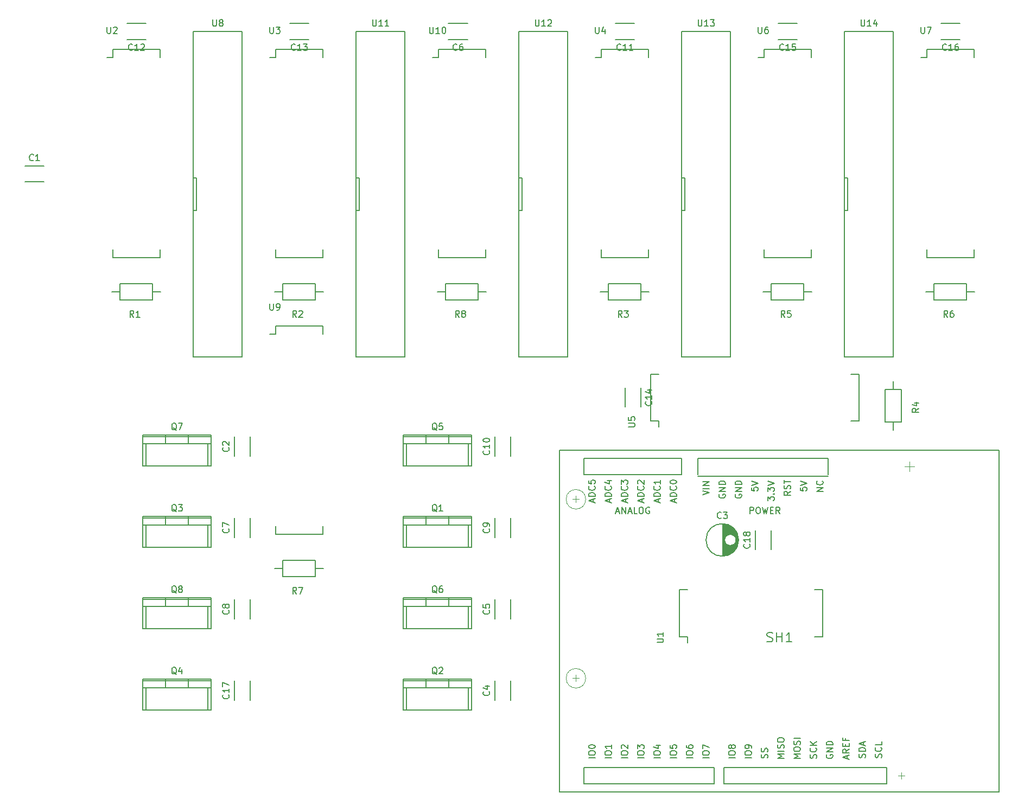
<source format=gbr>
G04 #@! TF.FileFunction,Legend,Top*
%FSLAX46Y46*%
G04 Gerber Fmt 4.6, Leading zero omitted, Abs format (unit mm)*
G04 Created by KiCad (PCBNEW 4.0.2-stable) date 4/12/2016 1:25:12 PM*
%MOMM*%
G01*
G04 APERTURE LIST*
%ADD10C,0.100000*%
%ADD11C,0.150000*%
%ADD12C,0.010000*%
G04 APERTURE END LIST*
D10*
D11*
X140990000Y-109470000D02*
X140990000Y-106470000D01*
X143490000Y-106470000D02*
X143490000Y-109470000D01*
X181630000Y-147570000D02*
X181630000Y-144570000D01*
X184130000Y-144570000D02*
X184130000Y-147570000D01*
X181630000Y-134870000D02*
X181630000Y-131870000D01*
X184130000Y-131870000D02*
X184130000Y-134870000D01*
X177415000Y-44430000D02*
X174415000Y-44430000D01*
X174415000Y-41930000D02*
X177415000Y-41930000D01*
X140990000Y-122170000D02*
X140990000Y-119170000D01*
X143490000Y-119170000D02*
X143490000Y-122170000D01*
X140990000Y-134870000D02*
X140990000Y-131870000D01*
X143490000Y-131870000D02*
X143490000Y-134870000D01*
X181630000Y-122170000D02*
X181630000Y-119170000D01*
X184130000Y-119170000D02*
X184130000Y-122170000D01*
X181630000Y-109470000D02*
X181630000Y-106470000D01*
X184130000Y-106470000D02*
X184130000Y-109470000D01*
X177546000Y-120269000D02*
X177546000Y-123698000D01*
X167894000Y-120269000D02*
X167894000Y-123698000D01*
X178054000Y-119126000D02*
X167386000Y-119126000D01*
X174498000Y-120142000D02*
X174498000Y-118872000D01*
X170942000Y-120142000D02*
X170942000Y-118872000D01*
X167386000Y-120269000D02*
X178054000Y-120269000D01*
X178054000Y-123698000D02*
X167386000Y-123698000D01*
X167386000Y-118872000D02*
X167386000Y-123698000D01*
X178054000Y-118872000D02*
X178054000Y-123698000D01*
X178054000Y-118872000D02*
X167386000Y-118872000D01*
X177546000Y-145669000D02*
X177546000Y-149098000D01*
X167894000Y-145669000D02*
X167894000Y-149098000D01*
X178054000Y-144526000D02*
X167386000Y-144526000D01*
X174498000Y-145542000D02*
X174498000Y-144272000D01*
X170942000Y-145542000D02*
X170942000Y-144272000D01*
X167386000Y-145669000D02*
X178054000Y-145669000D01*
X178054000Y-149098000D02*
X167386000Y-149098000D01*
X167386000Y-144272000D02*
X167386000Y-149098000D01*
X178054000Y-144272000D02*
X178054000Y-149098000D01*
X178054000Y-144272000D02*
X167386000Y-144272000D01*
X136906000Y-120269000D02*
X136906000Y-123698000D01*
X127254000Y-120269000D02*
X127254000Y-123698000D01*
X137414000Y-119126000D02*
X126746000Y-119126000D01*
X133858000Y-120142000D02*
X133858000Y-118872000D01*
X130302000Y-120142000D02*
X130302000Y-118872000D01*
X126746000Y-120269000D02*
X137414000Y-120269000D01*
X137414000Y-123698000D02*
X126746000Y-123698000D01*
X126746000Y-118872000D02*
X126746000Y-123698000D01*
X137414000Y-118872000D02*
X137414000Y-123698000D01*
X137414000Y-118872000D02*
X126746000Y-118872000D01*
X136906000Y-145669000D02*
X136906000Y-149098000D01*
X127254000Y-145669000D02*
X127254000Y-149098000D01*
X137414000Y-144526000D02*
X126746000Y-144526000D01*
X133858000Y-145542000D02*
X133858000Y-144272000D01*
X130302000Y-145542000D02*
X130302000Y-144272000D01*
X126746000Y-145669000D02*
X137414000Y-145669000D01*
X137414000Y-149098000D02*
X126746000Y-149098000D01*
X126746000Y-144272000D02*
X126746000Y-149098000D01*
X137414000Y-144272000D02*
X137414000Y-149098000D01*
X137414000Y-144272000D02*
X126746000Y-144272000D01*
X177546000Y-107569000D02*
X177546000Y-110998000D01*
X167894000Y-107569000D02*
X167894000Y-110998000D01*
X178054000Y-106426000D02*
X167386000Y-106426000D01*
X174498000Y-107442000D02*
X174498000Y-106172000D01*
X170942000Y-107442000D02*
X170942000Y-106172000D01*
X167386000Y-107569000D02*
X178054000Y-107569000D01*
X178054000Y-110998000D02*
X167386000Y-110998000D01*
X167386000Y-106172000D02*
X167386000Y-110998000D01*
X178054000Y-106172000D02*
X178054000Y-110998000D01*
X178054000Y-106172000D02*
X167386000Y-106172000D01*
X177546000Y-132969000D02*
X177546000Y-136398000D01*
X167894000Y-132969000D02*
X167894000Y-136398000D01*
X178054000Y-131826000D02*
X167386000Y-131826000D01*
X174498000Y-132842000D02*
X174498000Y-131572000D01*
X170942000Y-132842000D02*
X170942000Y-131572000D01*
X167386000Y-132969000D02*
X178054000Y-132969000D01*
X178054000Y-136398000D02*
X167386000Y-136398000D01*
X167386000Y-131572000D02*
X167386000Y-136398000D01*
X178054000Y-131572000D02*
X178054000Y-136398000D01*
X178054000Y-131572000D02*
X167386000Y-131572000D01*
X136906000Y-107569000D02*
X136906000Y-110998000D01*
X127254000Y-107569000D02*
X127254000Y-110998000D01*
X137414000Y-106426000D02*
X126746000Y-106426000D01*
X133858000Y-107442000D02*
X133858000Y-106172000D01*
X130302000Y-107442000D02*
X130302000Y-106172000D01*
X126746000Y-107569000D02*
X137414000Y-107569000D01*
X137414000Y-110998000D02*
X126746000Y-110998000D01*
X126746000Y-106172000D02*
X126746000Y-110998000D01*
X137414000Y-106172000D02*
X137414000Y-110998000D01*
X137414000Y-106172000D02*
X126746000Y-106172000D01*
X136906000Y-132969000D02*
X136906000Y-136398000D01*
X127254000Y-132969000D02*
X127254000Y-136398000D01*
X137414000Y-131826000D02*
X126746000Y-131826000D01*
X133858000Y-132842000D02*
X133858000Y-131572000D01*
X130302000Y-132842000D02*
X130302000Y-131572000D01*
X126746000Y-132969000D02*
X137414000Y-132969000D01*
X137414000Y-136398000D02*
X126746000Y-136398000D01*
X126746000Y-131572000D02*
X126746000Y-136398000D01*
X137414000Y-131572000D02*
X137414000Y-136398000D01*
X137414000Y-131572000D02*
X126746000Y-131572000D01*
X128270000Y-85090000D02*
X123190000Y-85090000D01*
X123190000Y-85090000D02*
X123190000Y-82550000D01*
X123190000Y-82550000D02*
X128270000Y-82550000D01*
X128270000Y-82550000D02*
X128270000Y-85090000D01*
X128270000Y-83820000D02*
X129540000Y-83820000D01*
X123190000Y-83820000D02*
X121920000Y-83820000D01*
X153670000Y-85090000D02*
X148590000Y-85090000D01*
X148590000Y-85090000D02*
X148590000Y-82550000D01*
X148590000Y-82550000D02*
X153670000Y-82550000D01*
X153670000Y-82550000D02*
X153670000Y-85090000D01*
X153670000Y-83820000D02*
X154940000Y-83820000D01*
X148590000Y-83820000D02*
X147320000Y-83820000D01*
X204470000Y-85090000D02*
X199390000Y-85090000D01*
X199390000Y-85090000D02*
X199390000Y-82550000D01*
X199390000Y-82550000D02*
X204470000Y-82550000D01*
X204470000Y-82550000D02*
X204470000Y-85090000D01*
X204470000Y-83820000D02*
X205740000Y-83820000D01*
X199390000Y-83820000D02*
X198120000Y-83820000D01*
X245110000Y-99060000D02*
X245110000Y-104140000D01*
X245110000Y-104140000D02*
X242570000Y-104140000D01*
X242570000Y-104140000D02*
X242570000Y-99060000D01*
X242570000Y-99060000D02*
X245110000Y-99060000D01*
X243840000Y-99060000D02*
X243840000Y-97790000D01*
X243840000Y-104140000D02*
X243840000Y-105410000D01*
X229870000Y-85090000D02*
X224790000Y-85090000D01*
X224790000Y-85090000D02*
X224790000Y-82550000D01*
X224790000Y-82550000D02*
X229870000Y-82550000D01*
X229870000Y-82550000D02*
X229870000Y-85090000D01*
X229870000Y-83820000D02*
X231140000Y-83820000D01*
X224790000Y-83820000D02*
X223520000Y-83820000D01*
X255270000Y-85090000D02*
X250190000Y-85090000D01*
X250190000Y-85090000D02*
X250190000Y-82550000D01*
X250190000Y-82550000D02*
X255270000Y-82550000D01*
X255270000Y-82550000D02*
X255270000Y-85090000D01*
X255270000Y-83820000D02*
X256540000Y-83820000D01*
X250190000Y-83820000D02*
X248920000Y-83820000D01*
X153670000Y-128270000D02*
X148590000Y-128270000D01*
X148590000Y-128270000D02*
X148590000Y-125730000D01*
X148590000Y-125730000D02*
X153670000Y-125730000D01*
X153670000Y-125730000D02*
X153670000Y-128270000D01*
X153670000Y-127000000D02*
X154940000Y-127000000D01*
X148590000Y-127000000D02*
X147320000Y-127000000D01*
X179070000Y-85090000D02*
X173990000Y-85090000D01*
X173990000Y-85090000D02*
X173990000Y-82550000D01*
X173990000Y-82550000D02*
X179070000Y-82550000D01*
X179070000Y-82550000D02*
X179070000Y-85090000D01*
X179070000Y-83820000D02*
X180340000Y-83820000D01*
X173990000Y-83820000D02*
X172720000Y-83820000D01*
X210430000Y-137660000D02*
X211700000Y-137660000D01*
X210430000Y-130310000D02*
X211700000Y-130310000D01*
X232800000Y-130310000D02*
X231530000Y-130310000D01*
X232800000Y-137660000D02*
X231530000Y-137660000D01*
X210430000Y-137660000D02*
X210430000Y-130310000D01*
X232800000Y-137660000D02*
X232800000Y-130310000D01*
X211700000Y-137660000D02*
X211700000Y-138595000D01*
X147455000Y-45965000D02*
X147455000Y-47235000D01*
X154805000Y-45965000D02*
X154805000Y-47235000D01*
X154805000Y-78495000D02*
X154805000Y-77225000D01*
X147455000Y-78495000D02*
X147455000Y-77225000D01*
X147455000Y-45965000D02*
X154805000Y-45965000D01*
X147455000Y-78495000D02*
X154805000Y-78495000D01*
X147455000Y-47235000D02*
X146520000Y-47235000D01*
X198255000Y-45965000D02*
X198255000Y-47235000D01*
X205605000Y-45965000D02*
X205605000Y-47235000D01*
X205605000Y-78495000D02*
X205605000Y-77225000D01*
X198255000Y-78495000D02*
X198255000Y-77225000D01*
X198255000Y-45965000D02*
X205605000Y-45965000D01*
X198255000Y-78495000D02*
X205605000Y-78495000D01*
X198255000Y-47235000D02*
X197320000Y-47235000D01*
X205985000Y-104005000D02*
X207255000Y-104005000D01*
X205985000Y-96655000D02*
X207255000Y-96655000D01*
X238515000Y-96655000D02*
X237245000Y-96655000D01*
X238515000Y-104005000D02*
X237245000Y-104005000D01*
X205985000Y-104005000D02*
X205985000Y-96655000D01*
X238515000Y-104005000D02*
X238515000Y-96655000D01*
X207255000Y-104005000D02*
X207255000Y-104940000D01*
X223655000Y-45965000D02*
X223655000Y-47235000D01*
X231005000Y-45965000D02*
X231005000Y-47235000D01*
X231005000Y-78495000D02*
X231005000Y-77225000D01*
X223655000Y-78495000D02*
X223655000Y-77225000D01*
X223655000Y-45965000D02*
X231005000Y-45965000D01*
X223655000Y-78495000D02*
X231005000Y-78495000D01*
X223655000Y-47235000D02*
X222720000Y-47235000D01*
X249055000Y-45965000D02*
X249055000Y-47235000D01*
X256405000Y-45965000D02*
X256405000Y-47235000D01*
X256405000Y-78495000D02*
X256405000Y-77225000D01*
X249055000Y-78495000D02*
X249055000Y-77225000D01*
X249055000Y-45965000D02*
X256405000Y-45965000D01*
X249055000Y-78495000D02*
X256405000Y-78495000D01*
X249055000Y-47235000D02*
X248120000Y-47235000D01*
X203450000Y-44430000D02*
X200450000Y-44430000D01*
X200450000Y-41930000D02*
X203450000Y-41930000D01*
X127250000Y-44430000D02*
X124250000Y-44430000D01*
X124250000Y-41930000D02*
X127250000Y-41930000D01*
X152650000Y-44430000D02*
X149650000Y-44430000D01*
X149650000Y-41930000D02*
X152650000Y-41930000D01*
X204450000Y-98810000D02*
X204450000Y-101810000D01*
X201950000Y-101810000D02*
X201950000Y-98810000D01*
X228850000Y-44430000D02*
X225850000Y-44430000D01*
X225850000Y-41930000D02*
X228850000Y-41930000D01*
X254250000Y-44430000D02*
X251250000Y-44430000D01*
X251250000Y-41930000D02*
X254250000Y-41930000D01*
X140990000Y-147570000D02*
X140990000Y-144570000D01*
X143490000Y-144570000D02*
X143490000Y-147570000D01*
X222270000Y-124075000D02*
X222270000Y-121075000D01*
X224770000Y-121075000D02*
X224770000Y-124075000D01*
X122055000Y-45965000D02*
X122055000Y-47235000D01*
X129405000Y-45965000D02*
X129405000Y-47235000D01*
X129405000Y-78495000D02*
X129405000Y-77225000D01*
X122055000Y-78495000D02*
X122055000Y-77225000D01*
X122055000Y-45965000D02*
X129405000Y-45965000D01*
X122055000Y-78495000D02*
X129405000Y-78495000D01*
X122055000Y-47235000D02*
X121120000Y-47235000D01*
X108335000Y-64155000D02*
X111335000Y-64155000D01*
X111335000Y-66655000D02*
X108335000Y-66655000D01*
X217225000Y-120056000D02*
X217225000Y-125054000D01*
X217365000Y-120064000D02*
X217365000Y-125046000D01*
X217505000Y-120080000D02*
X217505000Y-122460000D01*
X217505000Y-122650000D02*
X217505000Y-125030000D01*
X217645000Y-120104000D02*
X217645000Y-122065000D01*
X217645000Y-123045000D02*
X217645000Y-125006000D01*
X217785000Y-120137000D02*
X217785000Y-121898000D01*
X217785000Y-123212000D02*
X217785000Y-124973000D01*
X217925000Y-120178000D02*
X217925000Y-121791000D01*
X217925000Y-123319000D02*
X217925000Y-124932000D01*
X218065000Y-120228000D02*
X218065000Y-121720000D01*
X218065000Y-123390000D02*
X218065000Y-124882000D01*
X218205000Y-120289000D02*
X218205000Y-121676000D01*
X218205000Y-123434000D02*
X218205000Y-124821000D01*
X218345000Y-120359000D02*
X218345000Y-121657000D01*
X218345000Y-123453000D02*
X218345000Y-124751000D01*
X218485000Y-120441000D02*
X218485000Y-121659000D01*
X218485000Y-123451000D02*
X218485000Y-124669000D01*
X218625000Y-120536000D02*
X218625000Y-121684000D01*
X218625000Y-123426000D02*
X218625000Y-124574000D01*
X218765000Y-120647000D02*
X218765000Y-121732000D01*
X218765000Y-123378000D02*
X218765000Y-124463000D01*
X218905000Y-120775000D02*
X218905000Y-121810000D01*
X218905000Y-123300000D02*
X218905000Y-124335000D01*
X219045000Y-120924000D02*
X219045000Y-121927000D01*
X219045000Y-123183000D02*
X219045000Y-124186000D01*
X219185000Y-121103000D02*
X219185000Y-122115000D01*
X219185000Y-122995000D02*
X219185000Y-124007000D01*
X219325000Y-121322000D02*
X219325000Y-123788000D01*
X219465000Y-121611000D02*
X219465000Y-123499000D01*
X219605000Y-122083000D02*
X219605000Y-123027000D01*
X219300000Y-122555000D02*
G75*
G03X219300000Y-122555000I-900000J0D01*
G01*
X219687500Y-122555000D02*
G75*
G03X219687500Y-122555000I-2537500J0D01*
G01*
X147455000Y-89145000D02*
X147455000Y-90415000D01*
X154805000Y-89145000D02*
X154805000Y-90415000D01*
X154805000Y-121675000D02*
X154805000Y-120405000D01*
X147455000Y-121675000D02*
X147455000Y-120405000D01*
X147455000Y-89145000D02*
X154805000Y-89145000D01*
X147455000Y-121675000D02*
X154805000Y-121675000D01*
X147455000Y-90415000D02*
X146520000Y-90415000D01*
X172855000Y-45965000D02*
X172855000Y-47235000D01*
X180205000Y-45965000D02*
X180205000Y-47235000D01*
X180205000Y-78495000D02*
X180205000Y-77225000D01*
X172855000Y-78495000D02*
X172855000Y-77225000D01*
X172855000Y-45965000D02*
X180205000Y-45965000D01*
X172855000Y-78495000D02*
X180205000Y-78495000D01*
X172855000Y-47235000D02*
X171920000Y-47235000D01*
X191770000Y-108585000D02*
X260350000Y-108585000D01*
X260350000Y-108585000D02*
X260350000Y-161925000D01*
X260350000Y-161925000D02*
X191770000Y-161925000D01*
X191770000Y-161925000D02*
X191770000Y-108585000D01*
D12*
X195834000Y-116205000D02*
G75*
G03X195834000Y-116205000I-1524000J0D01*
G01*
X194818000Y-116205000D02*
X193802000Y-116205000D01*
X194310000Y-116713000D02*
X194310000Y-115697000D01*
X195834000Y-144145000D02*
G75*
G03X195834000Y-144145000I-1524000J0D01*
G01*
X193802000Y-144145000D02*
X194818000Y-144145000D01*
X194310000Y-144653000D02*
X194310000Y-143637000D01*
D11*
X217424000Y-160655000D02*
X217424000Y-158115000D01*
X217424000Y-158115000D02*
X242824000Y-158115000D01*
X242824000Y-158115000D02*
X242824000Y-160655000D01*
X242824000Y-160655000D02*
X217424000Y-160655000D01*
D12*
X245618000Y-159385000D02*
X244602000Y-159385000D01*
X245110000Y-159893000D02*
X245110000Y-158877000D01*
D11*
X215900000Y-160655000D02*
X195580000Y-160655000D01*
X195580000Y-160655000D02*
X195580000Y-158115000D01*
X195580000Y-158115000D02*
X215900000Y-158115000D01*
X215900000Y-158115000D02*
X215900000Y-160655000D01*
X210820000Y-112395000D02*
X195580000Y-112395000D01*
X195580000Y-112395000D02*
X195580000Y-109855000D01*
X195580000Y-109855000D02*
X210820000Y-109855000D01*
X210820000Y-109855000D02*
X210820000Y-112395000D01*
X233680000Y-109855000D02*
X233680000Y-112395000D01*
X233680000Y-112649000D02*
X213360000Y-112649000D01*
X213360000Y-112395000D02*
X213360000Y-109855000D01*
X213360000Y-109855000D02*
X233680000Y-109855000D01*
D12*
X247142000Y-111125000D02*
X245618000Y-111125000D01*
X246380000Y-111887000D02*
X246380000Y-110363000D01*
D11*
X134620000Y-66040000D02*
X135128000Y-66040000D01*
X135128000Y-66040000D02*
X135128000Y-71120000D01*
X135128000Y-71120000D02*
X134620000Y-71120000D01*
X142240000Y-43180000D02*
X142240000Y-93980000D01*
X142240000Y-43180000D02*
X134620000Y-43180000D01*
X134620000Y-43180000D02*
X134620000Y-93980000D01*
X134620000Y-93980000D02*
X142240000Y-93980000D01*
X160020000Y-66040000D02*
X160528000Y-66040000D01*
X160528000Y-66040000D02*
X160528000Y-71120000D01*
X160528000Y-71120000D02*
X160020000Y-71120000D01*
X167640000Y-43180000D02*
X167640000Y-93980000D01*
X167640000Y-43180000D02*
X160020000Y-43180000D01*
X160020000Y-43180000D02*
X160020000Y-93980000D01*
X160020000Y-93980000D02*
X167640000Y-93980000D01*
X185420000Y-66040000D02*
X185928000Y-66040000D01*
X185928000Y-66040000D02*
X185928000Y-71120000D01*
X185928000Y-71120000D02*
X185420000Y-71120000D01*
X193040000Y-43180000D02*
X193040000Y-93980000D01*
X193040000Y-43180000D02*
X185420000Y-43180000D01*
X185420000Y-43180000D02*
X185420000Y-93980000D01*
X185420000Y-93980000D02*
X193040000Y-93980000D01*
X210820000Y-66040000D02*
X211328000Y-66040000D01*
X211328000Y-66040000D02*
X211328000Y-71120000D01*
X211328000Y-71120000D02*
X210820000Y-71120000D01*
X218440000Y-43180000D02*
X218440000Y-93980000D01*
X218440000Y-43180000D02*
X210820000Y-43180000D01*
X210820000Y-43180000D02*
X210820000Y-93980000D01*
X210820000Y-93980000D02*
X218440000Y-93980000D01*
X236220000Y-66040000D02*
X236728000Y-66040000D01*
X236728000Y-66040000D02*
X236728000Y-71120000D01*
X236728000Y-71120000D02*
X236220000Y-71120000D01*
X243840000Y-43180000D02*
X243840000Y-93980000D01*
X243840000Y-43180000D02*
X236220000Y-43180000D01*
X236220000Y-43180000D02*
X236220000Y-93980000D01*
X236220000Y-93980000D02*
X243840000Y-93980000D01*
X140097143Y-108136666D02*
X140144762Y-108184285D01*
X140192381Y-108327142D01*
X140192381Y-108422380D01*
X140144762Y-108565238D01*
X140049524Y-108660476D01*
X139954286Y-108708095D01*
X139763810Y-108755714D01*
X139620952Y-108755714D01*
X139430476Y-108708095D01*
X139335238Y-108660476D01*
X139240000Y-108565238D01*
X139192381Y-108422380D01*
X139192381Y-108327142D01*
X139240000Y-108184285D01*
X139287619Y-108136666D01*
X139287619Y-107755714D02*
X139240000Y-107708095D01*
X139192381Y-107612857D01*
X139192381Y-107374761D01*
X139240000Y-107279523D01*
X139287619Y-107231904D01*
X139382857Y-107184285D01*
X139478095Y-107184285D01*
X139620952Y-107231904D01*
X140192381Y-107803333D01*
X140192381Y-107184285D01*
X180737143Y-146236666D02*
X180784762Y-146284285D01*
X180832381Y-146427142D01*
X180832381Y-146522380D01*
X180784762Y-146665238D01*
X180689524Y-146760476D01*
X180594286Y-146808095D01*
X180403810Y-146855714D01*
X180260952Y-146855714D01*
X180070476Y-146808095D01*
X179975238Y-146760476D01*
X179880000Y-146665238D01*
X179832381Y-146522380D01*
X179832381Y-146427142D01*
X179880000Y-146284285D01*
X179927619Y-146236666D01*
X180165714Y-145379523D02*
X180832381Y-145379523D01*
X179784762Y-145617619D02*
X180499048Y-145855714D01*
X180499048Y-145236666D01*
X180737143Y-133536666D02*
X180784762Y-133584285D01*
X180832381Y-133727142D01*
X180832381Y-133822380D01*
X180784762Y-133965238D01*
X180689524Y-134060476D01*
X180594286Y-134108095D01*
X180403810Y-134155714D01*
X180260952Y-134155714D01*
X180070476Y-134108095D01*
X179975238Y-134060476D01*
X179880000Y-133965238D01*
X179832381Y-133822380D01*
X179832381Y-133727142D01*
X179880000Y-133584285D01*
X179927619Y-133536666D01*
X179832381Y-132631904D02*
X179832381Y-133108095D01*
X180308571Y-133155714D01*
X180260952Y-133108095D01*
X180213333Y-133012857D01*
X180213333Y-132774761D01*
X180260952Y-132679523D01*
X180308571Y-132631904D01*
X180403810Y-132584285D01*
X180641905Y-132584285D01*
X180737143Y-132631904D01*
X180784762Y-132679523D01*
X180832381Y-132774761D01*
X180832381Y-133012857D01*
X180784762Y-133108095D01*
X180737143Y-133155714D01*
X175748334Y-46037143D02*
X175700715Y-46084762D01*
X175557858Y-46132381D01*
X175462620Y-46132381D01*
X175319762Y-46084762D01*
X175224524Y-45989524D01*
X175176905Y-45894286D01*
X175129286Y-45703810D01*
X175129286Y-45560952D01*
X175176905Y-45370476D01*
X175224524Y-45275238D01*
X175319762Y-45180000D01*
X175462620Y-45132381D01*
X175557858Y-45132381D01*
X175700715Y-45180000D01*
X175748334Y-45227619D01*
X176605477Y-45132381D02*
X176415000Y-45132381D01*
X176319762Y-45180000D01*
X176272143Y-45227619D01*
X176176905Y-45370476D01*
X176129286Y-45560952D01*
X176129286Y-45941905D01*
X176176905Y-46037143D01*
X176224524Y-46084762D01*
X176319762Y-46132381D01*
X176510239Y-46132381D01*
X176605477Y-46084762D01*
X176653096Y-46037143D01*
X176700715Y-45941905D01*
X176700715Y-45703810D01*
X176653096Y-45608571D01*
X176605477Y-45560952D01*
X176510239Y-45513333D01*
X176319762Y-45513333D01*
X176224524Y-45560952D01*
X176176905Y-45608571D01*
X176129286Y-45703810D01*
X140097143Y-120836666D02*
X140144762Y-120884285D01*
X140192381Y-121027142D01*
X140192381Y-121122380D01*
X140144762Y-121265238D01*
X140049524Y-121360476D01*
X139954286Y-121408095D01*
X139763810Y-121455714D01*
X139620952Y-121455714D01*
X139430476Y-121408095D01*
X139335238Y-121360476D01*
X139240000Y-121265238D01*
X139192381Y-121122380D01*
X139192381Y-121027142D01*
X139240000Y-120884285D01*
X139287619Y-120836666D01*
X139192381Y-120503333D02*
X139192381Y-119836666D01*
X140192381Y-120265238D01*
X140097143Y-133536666D02*
X140144762Y-133584285D01*
X140192381Y-133727142D01*
X140192381Y-133822380D01*
X140144762Y-133965238D01*
X140049524Y-134060476D01*
X139954286Y-134108095D01*
X139763810Y-134155714D01*
X139620952Y-134155714D01*
X139430476Y-134108095D01*
X139335238Y-134060476D01*
X139240000Y-133965238D01*
X139192381Y-133822380D01*
X139192381Y-133727142D01*
X139240000Y-133584285D01*
X139287619Y-133536666D01*
X139620952Y-132965238D02*
X139573333Y-133060476D01*
X139525714Y-133108095D01*
X139430476Y-133155714D01*
X139382857Y-133155714D01*
X139287619Y-133108095D01*
X139240000Y-133060476D01*
X139192381Y-132965238D01*
X139192381Y-132774761D01*
X139240000Y-132679523D01*
X139287619Y-132631904D01*
X139382857Y-132584285D01*
X139430476Y-132584285D01*
X139525714Y-132631904D01*
X139573333Y-132679523D01*
X139620952Y-132774761D01*
X139620952Y-132965238D01*
X139668571Y-133060476D01*
X139716190Y-133108095D01*
X139811429Y-133155714D01*
X140001905Y-133155714D01*
X140097143Y-133108095D01*
X140144762Y-133060476D01*
X140192381Y-132965238D01*
X140192381Y-132774761D01*
X140144762Y-132679523D01*
X140097143Y-132631904D01*
X140001905Y-132584285D01*
X139811429Y-132584285D01*
X139716190Y-132631904D01*
X139668571Y-132679523D01*
X139620952Y-132774761D01*
X180737143Y-120836666D02*
X180784762Y-120884285D01*
X180832381Y-121027142D01*
X180832381Y-121122380D01*
X180784762Y-121265238D01*
X180689524Y-121360476D01*
X180594286Y-121408095D01*
X180403810Y-121455714D01*
X180260952Y-121455714D01*
X180070476Y-121408095D01*
X179975238Y-121360476D01*
X179880000Y-121265238D01*
X179832381Y-121122380D01*
X179832381Y-121027142D01*
X179880000Y-120884285D01*
X179927619Y-120836666D01*
X180832381Y-120360476D02*
X180832381Y-120170000D01*
X180784762Y-120074761D01*
X180737143Y-120027142D01*
X180594286Y-119931904D01*
X180403810Y-119884285D01*
X180022857Y-119884285D01*
X179927619Y-119931904D01*
X179880000Y-119979523D01*
X179832381Y-120074761D01*
X179832381Y-120265238D01*
X179880000Y-120360476D01*
X179927619Y-120408095D01*
X180022857Y-120455714D01*
X180260952Y-120455714D01*
X180356190Y-120408095D01*
X180403810Y-120360476D01*
X180451429Y-120265238D01*
X180451429Y-120074761D01*
X180403810Y-119979523D01*
X180356190Y-119931904D01*
X180260952Y-119884285D01*
X180737143Y-108612857D02*
X180784762Y-108660476D01*
X180832381Y-108803333D01*
X180832381Y-108898571D01*
X180784762Y-109041429D01*
X180689524Y-109136667D01*
X180594286Y-109184286D01*
X180403810Y-109231905D01*
X180260952Y-109231905D01*
X180070476Y-109184286D01*
X179975238Y-109136667D01*
X179880000Y-109041429D01*
X179832381Y-108898571D01*
X179832381Y-108803333D01*
X179880000Y-108660476D01*
X179927619Y-108612857D01*
X180832381Y-107660476D02*
X180832381Y-108231905D01*
X180832381Y-107946191D02*
X179832381Y-107946191D01*
X179975238Y-108041429D01*
X180070476Y-108136667D01*
X180118095Y-108231905D01*
X179832381Y-107041429D02*
X179832381Y-106946190D01*
X179880000Y-106850952D01*
X179927619Y-106803333D01*
X180022857Y-106755714D01*
X180213333Y-106708095D01*
X180451429Y-106708095D01*
X180641905Y-106755714D01*
X180737143Y-106803333D01*
X180784762Y-106850952D01*
X180832381Y-106946190D01*
X180832381Y-107041429D01*
X180784762Y-107136667D01*
X180737143Y-107184286D01*
X180641905Y-107231905D01*
X180451429Y-107279524D01*
X180213333Y-107279524D01*
X180022857Y-107231905D01*
X179927619Y-107184286D01*
X179880000Y-107136667D01*
X179832381Y-107041429D01*
X172624762Y-118149619D02*
X172529524Y-118102000D01*
X172434286Y-118006762D01*
X172291429Y-117863905D01*
X172196190Y-117816286D01*
X172100952Y-117816286D01*
X172148571Y-118054381D02*
X172053333Y-118006762D01*
X171958095Y-117911524D01*
X171910476Y-117721048D01*
X171910476Y-117387714D01*
X171958095Y-117197238D01*
X172053333Y-117102000D01*
X172148571Y-117054381D01*
X172339048Y-117054381D01*
X172434286Y-117102000D01*
X172529524Y-117197238D01*
X172577143Y-117387714D01*
X172577143Y-117721048D01*
X172529524Y-117911524D01*
X172434286Y-118006762D01*
X172339048Y-118054381D01*
X172148571Y-118054381D01*
X173529524Y-118054381D02*
X172958095Y-118054381D01*
X173243809Y-118054381D02*
X173243809Y-117054381D01*
X173148571Y-117197238D01*
X173053333Y-117292476D01*
X172958095Y-117340095D01*
X172624762Y-143549619D02*
X172529524Y-143502000D01*
X172434286Y-143406762D01*
X172291429Y-143263905D01*
X172196190Y-143216286D01*
X172100952Y-143216286D01*
X172148571Y-143454381D02*
X172053333Y-143406762D01*
X171958095Y-143311524D01*
X171910476Y-143121048D01*
X171910476Y-142787714D01*
X171958095Y-142597238D01*
X172053333Y-142502000D01*
X172148571Y-142454381D01*
X172339048Y-142454381D01*
X172434286Y-142502000D01*
X172529524Y-142597238D01*
X172577143Y-142787714D01*
X172577143Y-143121048D01*
X172529524Y-143311524D01*
X172434286Y-143406762D01*
X172339048Y-143454381D01*
X172148571Y-143454381D01*
X172958095Y-142549619D02*
X173005714Y-142502000D01*
X173100952Y-142454381D01*
X173339048Y-142454381D01*
X173434286Y-142502000D01*
X173481905Y-142549619D01*
X173529524Y-142644857D01*
X173529524Y-142740095D01*
X173481905Y-142882952D01*
X172910476Y-143454381D01*
X173529524Y-143454381D01*
X131984762Y-118149619D02*
X131889524Y-118102000D01*
X131794286Y-118006762D01*
X131651429Y-117863905D01*
X131556190Y-117816286D01*
X131460952Y-117816286D01*
X131508571Y-118054381D02*
X131413333Y-118006762D01*
X131318095Y-117911524D01*
X131270476Y-117721048D01*
X131270476Y-117387714D01*
X131318095Y-117197238D01*
X131413333Y-117102000D01*
X131508571Y-117054381D01*
X131699048Y-117054381D01*
X131794286Y-117102000D01*
X131889524Y-117197238D01*
X131937143Y-117387714D01*
X131937143Y-117721048D01*
X131889524Y-117911524D01*
X131794286Y-118006762D01*
X131699048Y-118054381D01*
X131508571Y-118054381D01*
X132270476Y-117054381D02*
X132889524Y-117054381D01*
X132556190Y-117435333D01*
X132699048Y-117435333D01*
X132794286Y-117482952D01*
X132841905Y-117530571D01*
X132889524Y-117625810D01*
X132889524Y-117863905D01*
X132841905Y-117959143D01*
X132794286Y-118006762D01*
X132699048Y-118054381D01*
X132413333Y-118054381D01*
X132318095Y-118006762D01*
X132270476Y-117959143D01*
X131984762Y-143549619D02*
X131889524Y-143502000D01*
X131794286Y-143406762D01*
X131651429Y-143263905D01*
X131556190Y-143216286D01*
X131460952Y-143216286D01*
X131508571Y-143454381D02*
X131413333Y-143406762D01*
X131318095Y-143311524D01*
X131270476Y-143121048D01*
X131270476Y-142787714D01*
X131318095Y-142597238D01*
X131413333Y-142502000D01*
X131508571Y-142454381D01*
X131699048Y-142454381D01*
X131794286Y-142502000D01*
X131889524Y-142597238D01*
X131937143Y-142787714D01*
X131937143Y-143121048D01*
X131889524Y-143311524D01*
X131794286Y-143406762D01*
X131699048Y-143454381D01*
X131508571Y-143454381D01*
X132794286Y-142787714D02*
X132794286Y-143454381D01*
X132556190Y-142406762D02*
X132318095Y-143121048D01*
X132937143Y-143121048D01*
X172624762Y-105449619D02*
X172529524Y-105402000D01*
X172434286Y-105306762D01*
X172291429Y-105163905D01*
X172196190Y-105116286D01*
X172100952Y-105116286D01*
X172148571Y-105354381D02*
X172053333Y-105306762D01*
X171958095Y-105211524D01*
X171910476Y-105021048D01*
X171910476Y-104687714D01*
X171958095Y-104497238D01*
X172053333Y-104402000D01*
X172148571Y-104354381D01*
X172339048Y-104354381D01*
X172434286Y-104402000D01*
X172529524Y-104497238D01*
X172577143Y-104687714D01*
X172577143Y-105021048D01*
X172529524Y-105211524D01*
X172434286Y-105306762D01*
X172339048Y-105354381D01*
X172148571Y-105354381D01*
X173481905Y-104354381D02*
X173005714Y-104354381D01*
X172958095Y-104830571D01*
X173005714Y-104782952D01*
X173100952Y-104735333D01*
X173339048Y-104735333D01*
X173434286Y-104782952D01*
X173481905Y-104830571D01*
X173529524Y-104925810D01*
X173529524Y-105163905D01*
X173481905Y-105259143D01*
X173434286Y-105306762D01*
X173339048Y-105354381D01*
X173100952Y-105354381D01*
X173005714Y-105306762D01*
X172958095Y-105259143D01*
X172624762Y-130849619D02*
X172529524Y-130802000D01*
X172434286Y-130706762D01*
X172291429Y-130563905D01*
X172196190Y-130516286D01*
X172100952Y-130516286D01*
X172148571Y-130754381D02*
X172053333Y-130706762D01*
X171958095Y-130611524D01*
X171910476Y-130421048D01*
X171910476Y-130087714D01*
X171958095Y-129897238D01*
X172053333Y-129802000D01*
X172148571Y-129754381D01*
X172339048Y-129754381D01*
X172434286Y-129802000D01*
X172529524Y-129897238D01*
X172577143Y-130087714D01*
X172577143Y-130421048D01*
X172529524Y-130611524D01*
X172434286Y-130706762D01*
X172339048Y-130754381D01*
X172148571Y-130754381D01*
X173434286Y-129754381D02*
X173243809Y-129754381D01*
X173148571Y-129802000D01*
X173100952Y-129849619D01*
X173005714Y-129992476D01*
X172958095Y-130182952D01*
X172958095Y-130563905D01*
X173005714Y-130659143D01*
X173053333Y-130706762D01*
X173148571Y-130754381D01*
X173339048Y-130754381D01*
X173434286Y-130706762D01*
X173481905Y-130659143D01*
X173529524Y-130563905D01*
X173529524Y-130325810D01*
X173481905Y-130230571D01*
X173434286Y-130182952D01*
X173339048Y-130135333D01*
X173148571Y-130135333D01*
X173053333Y-130182952D01*
X173005714Y-130230571D01*
X172958095Y-130325810D01*
X131984762Y-105449619D02*
X131889524Y-105402000D01*
X131794286Y-105306762D01*
X131651429Y-105163905D01*
X131556190Y-105116286D01*
X131460952Y-105116286D01*
X131508571Y-105354381D02*
X131413333Y-105306762D01*
X131318095Y-105211524D01*
X131270476Y-105021048D01*
X131270476Y-104687714D01*
X131318095Y-104497238D01*
X131413333Y-104402000D01*
X131508571Y-104354381D01*
X131699048Y-104354381D01*
X131794286Y-104402000D01*
X131889524Y-104497238D01*
X131937143Y-104687714D01*
X131937143Y-105021048D01*
X131889524Y-105211524D01*
X131794286Y-105306762D01*
X131699048Y-105354381D01*
X131508571Y-105354381D01*
X132270476Y-104354381D02*
X132937143Y-104354381D01*
X132508571Y-105354381D01*
X131984762Y-130849619D02*
X131889524Y-130802000D01*
X131794286Y-130706762D01*
X131651429Y-130563905D01*
X131556190Y-130516286D01*
X131460952Y-130516286D01*
X131508571Y-130754381D02*
X131413333Y-130706762D01*
X131318095Y-130611524D01*
X131270476Y-130421048D01*
X131270476Y-130087714D01*
X131318095Y-129897238D01*
X131413333Y-129802000D01*
X131508571Y-129754381D01*
X131699048Y-129754381D01*
X131794286Y-129802000D01*
X131889524Y-129897238D01*
X131937143Y-130087714D01*
X131937143Y-130421048D01*
X131889524Y-130611524D01*
X131794286Y-130706762D01*
X131699048Y-130754381D01*
X131508571Y-130754381D01*
X132508571Y-130182952D02*
X132413333Y-130135333D01*
X132365714Y-130087714D01*
X132318095Y-129992476D01*
X132318095Y-129944857D01*
X132365714Y-129849619D01*
X132413333Y-129802000D01*
X132508571Y-129754381D01*
X132699048Y-129754381D01*
X132794286Y-129802000D01*
X132841905Y-129849619D01*
X132889524Y-129944857D01*
X132889524Y-129992476D01*
X132841905Y-130087714D01*
X132794286Y-130135333D01*
X132699048Y-130182952D01*
X132508571Y-130182952D01*
X132413333Y-130230571D01*
X132365714Y-130278190D01*
X132318095Y-130373429D01*
X132318095Y-130563905D01*
X132365714Y-130659143D01*
X132413333Y-130706762D01*
X132508571Y-130754381D01*
X132699048Y-130754381D01*
X132794286Y-130706762D01*
X132841905Y-130659143D01*
X132889524Y-130563905D01*
X132889524Y-130373429D01*
X132841905Y-130278190D01*
X132794286Y-130230571D01*
X132699048Y-130182952D01*
X125314414Y-87772501D02*
X124981080Y-87296310D01*
X124742985Y-87772501D02*
X124742985Y-86772501D01*
X125123938Y-86772501D01*
X125219176Y-86820120D01*
X125266795Y-86867739D01*
X125314414Y-86962977D01*
X125314414Y-87105834D01*
X125266795Y-87201072D01*
X125219176Y-87248691D01*
X125123938Y-87296310D01*
X124742985Y-87296310D01*
X126266795Y-87772501D02*
X125695366Y-87772501D01*
X125981080Y-87772501D02*
X125981080Y-86772501D01*
X125885842Y-86915358D01*
X125790604Y-87010596D01*
X125695366Y-87058215D01*
X150714414Y-87772501D02*
X150381080Y-87296310D01*
X150142985Y-87772501D02*
X150142985Y-86772501D01*
X150523938Y-86772501D01*
X150619176Y-86820120D01*
X150666795Y-86867739D01*
X150714414Y-86962977D01*
X150714414Y-87105834D01*
X150666795Y-87201072D01*
X150619176Y-87248691D01*
X150523938Y-87296310D01*
X150142985Y-87296310D01*
X151095366Y-86867739D02*
X151142985Y-86820120D01*
X151238223Y-86772501D01*
X151476319Y-86772501D01*
X151571557Y-86820120D01*
X151619176Y-86867739D01*
X151666795Y-86962977D01*
X151666795Y-87058215D01*
X151619176Y-87201072D01*
X151047747Y-87772501D01*
X151666795Y-87772501D01*
X201514414Y-87772501D02*
X201181080Y-87296310D01*
X200942985Y-87772501D02*
X200942985Y-86772501D01*
X201323938Y-86772501D01*
X201419176Y-86820120D01*
X201466795Y-86867739D01*
X201514414Y-86962977D01*
X201514414Y-87105834D01*
X201466795Y-87201072D01*
X201419176Y-87248691D01*
X201323938Y-87296310D01*
X200942985Y-87296310D01*
X201847747Y-86772501D02*
X202466795Y-86772501D01*
X202133461Y-87153453D01*
X202276319Y-87153453D01*
X202371557Y-87201072D01*
X202419176Y-87248691D01*
X202466795Y-87343930D01*
X202466795Y-87582025D01*
X202419176Y-87677263D01*
X202371557Y-87724882D01*
X202276319Y-87772501D01*
X201990604Y-87772501D01*
X201895366Y-87724882D01*
X201847747Y-87677263D01*
X247792501Y-102015586D02*
X247316310Y-102348920D01*
X247792501Y-102587015D02*
X246792501Y-102587015D01*
X246792501Y-102206062D01*
X246840120Y-102110824D01*
X246887739Y-102063205D01*
X246982977Y-102015586D01*
X247125834Y-102015586D01*
X247221072Y-102063205D01*
X247268691Y-102110824D01*
X247316310Y-102206062D01*
X247316310Y-102587015D01*
X247125834Y-101158443D02*
X247792501Y-101158443D01*
X246744882Y-101396539D02*
X247459168Y-101634634D01*
X247459168Y-101015586D01*
X226914414Y-87772501D02*
X226581080Y-87296310D01*
X226342985Y-87772501D02*
X226342985Y-86772501D01*
X226723938Y-86772501D01*
X226819176Y-86820120D01*
X226866795Y-86867739D01*
X226914414Y-86962977D01*
X226914414Y-87105834D01*
X226866795Y-87201072D01*
X226819176Y-87248691D01*
X226723938Y-87296310D01*
X226342985Y-87296310D01*
X227819176Y-86772501D02*
X227342985Y-86772501D01*
X227295366Y-87248691D01*
X227342985Y-87201072D01*
X227438223Y-87153453D01*
X227676319Y-87153453D01*
X227771557Y-87201072D01*
X227819176Y-87248691D01*
X227866795Y-87343930D01*
X227866795Y-87582025D01*
X227819176Y-87677263D01*
X227771557Y-87724882D01*
X227676319Y-87772501D01*
X227438223Y-87772501D01*
X227342985Y-87724882D01*
X227295366Y-87677263D01*
X252314414Y-87772501D02*
X251981080Y-87296310D01*
X251742985Y-87772501D02*
X251742985Y-86772501D01*
X252123938Y-86772501D01*
X252219176Y-86820120D01*
X252266795Y-86867739D01*
X252314414Y-86962977D01*
X252314414Y-87105834D01*
X252266795Y-87201072D01*
X252219176Y-87248691D01*
X252123938Y-87296310D01*
X251742985Y-87296310D01*
X253171557Y-86772501D02*
X252981080Y-86772501D01*
X252885842Y-86820120D01*
X252838223Y-86867739D01*
X252742985Y-87010596D01*
X252695366Y-87201072D01*
X252695366Y-87582025D01*
X252742985Y-87677263D01*
X252790604Y-87724882D01*
X252885842Y-87772501D01*
X253076319Y-87772501D01*
X253171557Y-87724882D01*
X253219176Y-87677263D01*
X253266795Y-87582025D01*
X253266795Y-87343930D01*
X253219176Y-87248691D01*
X253171557Y-87201072D01*
X253076319Y-87153453D01*
X252885842Y-87153453D01*
X252790604Y-87201072D01*
X252742985Y-87248691D01*
X252695366Y-87343930D01*
X150714414Y-130952501D02*
X150381080Y-130476310D01*
X150142985Y-130952501D02*
X150142985Y-129952501D01*
X150523938Y-129952501D01*
X150619176Y-130000120D01*
X150666795Y-130047739D01*
X150714414Y-130142977D01*
X150714414Y-130285834D01*
X150666795Y-130381072D01*
X150619176Y-130428691D01*
X150523938Y-130476310D01*
X150142985Y-130476310D01*
X151047747Y-129952501D02*
X151714414Y-129952501D01*
X151285842Y-130952501D01*
X176114414Y-87772501D02*
X175781080Y-87296310D01*
X175542985Y-87772501D02*
X175542985Y-86772501D01*
X175923938Y-86772501D01*
X176019176Y-86820120D01*
X176066795Y-86867739D01*
X176114414Y-86962977D01*
X176114414Y-87105834D01*
X176066795Y-87201072D01*
X176019176Y-87248691D01*
X175923938Y-87296310D01*
X175542985Y-87296310D01*
X176685842Y-87201072D02*
X176590604Y-87153453D01*
X176542985Y-87105834D01*
X176495366Y-87010596D01*
X176495366Y-86962977D01*
X176542985Y-86867739D01*
X176590604Y-86820120D01*
X176685842Y-86772501D01*
X176876319Y-86772501D01*
X176971557Y-86820120D01*
X177019176Y-86867739D01*
X177066795Y-86962977D01*
X177066795Y-87010596D01*
X177019176Y-87105834D01*
X176971557Y-87153453D01*
X176876319Y-87201072D01*
X176685842Y-87201072D01*
X176590604Y-87248691D01*
X176542985Y-87296310D01*
X176495366Y-87391549D01*
X176495366Y-87582025D01*
X176542985Y-87677263D01*
X176590604Y-87724882D01*
X176685842Y-87772501D01*
X176876319Y-87772501D01*
X176971557Y-87724882D01*
X177019176Y-87677263D01*
X177066795Y-87582025D01*
X177066795Y-87391549D01*
X177019176Y-87296310D01*
X176971557Y-87248691D01*
X176876319Y-87201072D01*
X206957381Y-138556905D02*
X207766905Y-138556905D01*
X207862143Y-138509286D01*
X207909762Y-138461667D01*
X207957381Y-138366429D01*
X207957381Y-138175952D01*
X207909762Y-138080714D01*
X207862143Y-138033095D01*
X207766905Y-137985476D01*
X206957381Y-137985476D01*
X207957381Y-136985476D02*
X207957381Y-137556905D01*
X207957381Y-137271191D02*
X206957381Y-137271191D01*
X207100238Y-137366429D01*
X207195476Y-137461667D01*
X207243095Y-137556905D01*
X146558095Y-42492381D02*
X146558095Y-43301905D01*
X146605714Y-43397143D01*
X146653333Y-43444762D01*
X146748571Y-43492381D01*
X146939048Y-43492381D01*
X147034286Y-43444762D01*
X147081905Y-43397143D01*
X147129524Y-43301905D01*
X147129524Y-42492381D01*
X147510476Y-42492381D02*
X148129524Y-42492381D01*
X147796190Y-42873333D01*
X147939048Y-42873333D01*
X148034286Y-42920952D01*
X148081905Y-42968571D01*
X148129524Y-43063810D01*
X148129524Y-43301905D01*
X148081905Y-43397143D01*
X148034286Y-43444762D01*
X147939048Y-43492381D01*
X147653333Y-43492381D01*
X147558095Y-43444762D01*
X147510476Y-43397143D01*
X197358095Y-42492381D02*
X197358095Y-43301905D01*
X197405714Y-43397143D01*
X197453333Y-43444762D01*
X197548571Y-43492381D01*
X197739048Y-43492381D01*
X197834286Y-43444762D01*
X197881905Y-43397143D01*
X197929524Y-43301905D01*
X197929524Y-42492381D01*
X198834286Y-42825714D02*
X198834286Y-43492381D01*
X198596190Y-42444762D02*
X198358095Y-43159048D01*
X198977143Y-43159048D01*
X202512381Y-104901905D02*
X203321905Y-104901905D01*
X203417143Y-104854286D01*
X203464762Y-104806667D01*
X203512381Y-104711429D01*
X203512381Y-104520952D01*
X203464762Y-104425714D01*
X203417143Y-104378095D01*
X203321905Y-104330476D01*
X202512381Y-104330476D01*
X202512381Y-103378095D02*
X202512381Y-103854286D01*
X202988571Y-103901905D01*
X202940952Y-103854286D01*
X202893333Y-103759048D01*
X202893333Y-103520952D01*
X202940952Y-103425714D01*
X202988571Y-103378095D01*
X203083810Y-103330476D01*
X203321905Y-103330476D01*
X203417143Y-103378095D01*
X203464762Y-103425714D01*
X203512381Y-103520952D01*
X203512381Y-103759048D01*
X203464762Y-103854286D01*
X203417143Y-103901905D01*
X222758095Y-42492381D02*
X222758095Y-43301905D01*
X222805714Y-43397143D01*
X222853333Y-43444762D01*
X222948571Y-43492381D01*
X223139048Y-43492381D01*
X223234286Y-43444762D01*
X223281905Y-43397143D01*
X223329524Y-43301905D01*
X223329524Y-42492381D01*
X224234286Y-42492381D02*
X224043809Y-42492381D01*
X223948571Y-42540000D01*
X223900952Y-42587619D01*
X223805714Y-42730476D01*
X223758095Y-42920952D01*
X223758095Y-43301905D01*
X223805714Y-43397143D01*
X223853333Y-43444762D01*
X223948571Y-43492381D01*
X224139048Y-43492381D01*
X224234286Y-43444762D01*
X224281905Y-43397143D01*
X224329524Y-43301905D01*
X224329524Y-43063810D01*
X224281905Y-42968571D01*
X224234286Y-42920952D01*
X224139048Y-42873333D01*
X223948571Y-42873333D01*
X223853333Y-42920952D01*
X223805714Y-42968571D01*
X223758095Y-43063810D01*
X248158095Y-42492381D02*
X248158095Y-43301905D01*
X248205714Y-43397143D01*
X248253333Y-43444762D01*
X248348571Y-43492381D01*
X248539048Y-43492381D01*
X248634286Y-43444762D01*
X248681905Y-43397143D01*
X248729524Y-43301905D01*
X248729524Y-42492381D01*
X249110476Y-42492381D02*
X249777143Y-42492381D01*
X249348571Y-43492381D01*
X201307143Y-46037143D02*
X201259524Y-46084762D01*
X201116667Y-46132381D01*
X201021429Y-46132381D01*
X200878571Y-46084762D01*
X200783333Y-45989524D01*
X200735714Y-45894286D01*
X200688095Y-45703810D01*
X200688095Y-45560952D01*
X200735714Y-45370476D01*
X200783333Y-45275238D01*
X200878571Y-45180000D01*
X201021429Y-45132381D01*
X201116667Y-45132381D01*
X201259524Y-45180000D01*
X201307143Y-45227619D01*
X202259524Y-46132381D02*
X201688095Y-46132381D01*
X201973809Y-46132381D02*
X201973809Y-45132381D01*
X201878571Y-45275238D01*
X201783333Y-45370476D01*
X201688095Y-45418095D01*
X203211905Y-46132381D02*
X202640476Y-46132381D01*
X202926190Y-46132381D02*
X202926190Y-45132381D01*
X202830952Y-45275238D01*
X202735714Y-45370476D01*
X202640476Y-45418095D01*
X125107143Y-46037143D02*
X125059524Y-46084762D01*
X124916667Y-46132381D01*
X124821429Y-46132381D01*
X124678571Y-46084762D01*
X124583333Y-45989524D01*
X124535714Y-45894286D01*
X124488095Y-45703810D01*
X124488095Y-45560952D01*
X124535714Y-45370476D01*
X124583333Y-45275238D01*
X124678571Y-45180000D01*
X124821429Y-45132381D01*
X124916667Y-45132381D01*
X125059524Y-45180000D01*
X125107143Y-45227619D01*
X126059524Y-46132381D02*
X125488095Y-46132381D01*
X125773809Y-46132381D02*
X125773809Y-45132381D01*
X125678571Y-45275238D01*
X125583333Y-45370476D01*
X125488095Y-45418095D01*
X126440476Y-45227619D02*
X126488095Y-45180000D01*
X126583333Y-45132381D01*
X126821429Y-45132381D01*
X126916667Y-45180000D01*
X126964286Y-45227619D01*
X127011905Y-45322857D01*
X127011905Y-45418095D01*
X126964286Y-45560952D01*
X126392857Y-46132381D01*
X127011905Y-46132381D01*
X150507143Y-46037143D02*
X150459524Y-46084762D01*
X150316667Y-46132381D01*
X150221429Y-46132381D01*
X150078571Y-46084762D01*
X149983333Y-45989524D01*
X149935714Y-45894286D01*
X149888095Y-45703810D01*
X149888095Y-45560952D01*
X149935714Y-45370476D01*
X149983333Y-45275238D01*
X150078571Y-45180000D01*
X150221429Y-45132381D01*
X150316667Y-45132381D01*
X150459524Y-45180000D01*
X150507143Y-45227619D01*
X151459524Y-46132381D02*
X150888095Y-46132381D01*
X151173809Y-46132381D02*
X151173809Y-45132381D01*
X151078571Y-45275238D01*
X150983333Y-45370476D01*
X150888095Y-45418095D01*
X151792857Y-45132381D02*
X152411905Y-45132381D01*
X152078571Y-45513333D01*
X152221429Y-45513333D01*
X152316667Y-45560952D01*
X152364286Y-45608571D01*
X152411905Y-45703810D01*
X152411905Y-45941905D01*
X152364286Y-46037143D01*
X152316667Y-46084762D01*
X152221429Y-46132381D01*
X151935714Y-46132381D01*
X151840476Y-46084762D01*
X151792857Y-46037143D01*
X206057143Y-100952857D02*
X206104762Y-101000476D01*
X206152381Y-101143333D01*
X206152381Y-101238571D01*
X206104762Y-101381429D01*
X206009524Y-101476667D01*
X205914286Y-101524286D01*
X205723810Y-101571905D01*
X205580952Y-101571905D01*
X205390476Y-101524286D01*
X205295238Y-101476667D01*
X205200000Y-101381429D01*
X205152381Y-101238571D01*
X205152381Y-101143333D01*
X205200000Y-101000476D01*
X205247619Y-100952857D01*
X206152381Y-100000476D02*
X206152381Y-100571905D01*
X206152381Y-100286191D02*
X205152381Y-100286191D01*
X205295238Y-100381429D01*
X205390476Y-100476667D01*
X205438095Y-100571905D01*
X205485714Y-99143333D02*
X206152381Y-99143333D01*
X205104762Y-99381429D02*
X205819048Y-99619524D01*
X205819048Y-99000476D01*
X226707143Y-46037143D02*
X226659524Y-46084762D01*
X226516667Y-46132381D01*
X226421429Y-46132381D01*
X226278571Y-46084762D01*
X226183333Y-45989524D01*
X226135714Y-45894286D01*
X226088095Y-45703810D01*
X226088095Y-45560952D01*
X226135714Y-45370476D01*
X226183333Y-45275238D01*
X226278571Y-45180000D01*
X226421429Y-45132381D01*
X226516667Y-45132381D01*
X226659524Y-45180000D01*
X226707143Y-45227619D01*
X227659524Y-46132381D02*
X227088095Y-46132381D01*
X227373809Y-46132381D02*
X227373809Y-45132381D01*
X227278571Y-45275238D01*
X227183333Y-45370476D01*
X227088095Y-45418095D01*
X228564286Y-45132381D02*
X228088095Y-45132381D01*
X228040476Y-45608571D01*
X228088095Y-45560952D01*
X228183333Y-45513333D01*
X228421429Y-45513333D01*
X228516667Y-45560952D01*
X228564286Y-45608571D01*
X228611905Y-45703810D01*
X228611905Y-45941905D01*
X228564286Y-46037143D01*
X228516667Y-46084762D01*
X228421429Y-46132381D01*
X228183333Y-46132381D01*
X228088095Y-46084762D01*
X228040476Y-46037143D01*
X252107143Y-46037143D02*
X252059524Y-46084762D01*
X251916667Y-46132381D01*
X251821429Y-46132381D01*
X251678571Y-46084762D01*
X251583333Y-45989524D01*
X251535714Y-45894286D01*
X251488095Y-45703810D01*
X251488095Y-45560952D01*
X251535714Y-45370476D01*
X251583333Y-45275238D01*
X251678571Y-45180000D01*
X251821429Y-45132381D01*
X251916667Y-45132381D01*
X252059524Y-45180000D01*
X252107143Y-45227619D01*
X253059524Y-46132381D02*
X252488095Y-46132381D01*
X252773809Y-46132381D02*
X252773809Y-45132381D01*
X252678571Y-45275238D01*
X252583333Y-45370476D01*
X252488095Y-45418095D01*
X253916667Y-45132381D02*
X253726190Y-45132381D01*
X253630952Y-45180000D01*
X253583333Y-45227619D01*
X253488095Y-45370476D01*
X253440476Y-45560952D01*
X253440476Y-45941905D01*
X253488095Y-46037143D01*
X253535714Y-46084762D01*
X253630952Y-46132381D01*
X253821429Y-46132381D01*
X253916667Y-46084762D01*
X253964286Y-46037143D01*
X254011905Y-45941905D01*
X254011905Y-45703810D01*
X253964286Y-45608571D01*
X253916667Y-45560952D01*
X253821429Y-45513333D01*
X253630952Y-45513333D01*
X253535714Y-45560952D01*
X253488095Y-45608571D01*
X253440476Y-45703810D01*
X140097143Y-146712857D02*
X140144762Y-146760476D01*
X140192381Y-146903333D01*
X140192381Y-146998571D01*
X140144762Y-147141429D01*
X140049524Y-147236667D01*
X139954286Y-147284286D01*
X139763810Y-147331905D01*
X139620952Y-147331905D01*
X139430476Y-147284286D01*
X139335238Y-147236667D01*
X139240000Y-147141429D01*
X139192381Y-146998571D01*
X139192381Y-146903333D01*
X139240000Y-146760476D01*
X139287619Y-146712857D01*
X140192381Y-145760476D02*
X140192381Y-146331905D01*
X140192381Y-146046191D02*
X139192381Y-146046191D01*
X139335238Y-146141429D01*
X139430476Y-146236667D01*
X139478095Y-146331905D01*
X139192381Y-145427143D02*
X139192381Y-144760476D01*
X140192381Y-145189048D01*
X221377143Y-123217857D02*
X221424762Y-123265476D01*
X221472381Y-123408333D01*
X221472381Y-123503571D01*
X221424762Y-123646429D01*
X221329524Y-123741667D01*
X221234286Y-123789286D01*
X221043810Y-123836905D01*
X220900952Y-123836905D01*
X220710476Y-123789286D01*
X220615238Y-123741667D01*
X220520000Y-123646429D01*
X220472381Y-123503571D01*
X220472381Y-123408333D01*
X220520000Y-123265476D01*
X220567619Y-123217857D01*
X221472381Y-122265476D02*
X221472381Y-122836905D01*
X221472381Y-122551191D02*
X220472381Y-122551191D01*
X220615238Y-122646429D01*
X220710476Y-122741667D01*
X220758095Y-122836905D01*
X220900952Y-121694048D02*
X220853333Y-121789286D01*
X220805714Y-121836905D01*
X220710476Y-121884524D01*
X220662857Y-121884524D01*
X220567619Y-121836905D01*
X220520000Y-121789286D01*
X220472381Y-121694048D01*
X220472381Y-121503571D01*
X220520000Y-121408333D01*
X220567619Y-121360714D01*
X220662857Y-121313095D01*
X220710476Y-121313095D01*
X220805714Y-121360714D01*
X220853333Y-121408333D01*
X220900952Y-121503571D01*
X220900952Y-121694048D01*
X220948571Y-121789286D01*
X220996190Y-121836905D01*
X221091429Y-121884524D01*
X221281905Y-121884524D01*
X221377143Y-121836905D01*
X221424762Y-121789286D01*
X221472381Y-121694048D01*
X221472381Y-121503571D01*
X221424762Y-121408333D01*
X221377143Y-121360714D01*
X221281905Y-121313095D01*
X221091429Y-121313095D01*
X220996190Y-121360714D01*
X220948571Y-121408333D01*
X220900952Y-121503571D01*
X121158095Y-42492381D02*
X121158095Y-43301905D01*
X121205714Y-43397143D01*
X121253333Y-43444762D01*
X121348571Y-43492381D01*
X121539048Y-43492381D01*
X121634286Y-43444762D01*
X121681905Y-43397143D01*
X121729524Y-43301905D01*
X121729524Y-42492381D01*
X122158095Y-42587619D02*
X122205714Y-42540000D01*
X122300952Y-42492381D01*
X122539048Y-42492381D01*
X122634286Y-42540000D01*
X122681905Y-42587619D01*
X122729524Y-42682857D01*
X122729524Y-42778095D01*
X122681905Y-42920952D01*
X122110476Y-43492381D01*
X122729524Y-43492381D01*
X109668334Y-63262143D02*
X109620715Y-63309762D01*
X109477858Y-63357381D01*
X109382620Y-63357381D01*
X109239762Y-63309762D01*
X109144524Y-63214524D01*
X109096905Y-63119286D01*
X109049286Y-62928810D01*
X109049286Y-62785952D01*
X109096905Y-62595476D01*
X109144524Y-62500238D01*
X109239762Y-62405000D01*
X109382620Y-62357381D01*
X109477858Y-62357381D01*
X109620715Y-62405000D01*
X109668334Y-62452619D01*
X110620715Y-63357381D02*
X110049286Y-63357381D01*
X110335000Y-63357381D02*
X110335000Y-62357381D01*
X110239762Y-62500238D01*
X110144524Y-62595476D01*
X110049286Y-62643095D01*
X216983334Y-119112143D02*
X216935715Y-119159762D01*
X216792858Y-119207381D01*
X216697620Y-119207381D01*
X216554762Y-119159762D01*
X216459524Y-119064524D01*
X216411905Y-118969286D01*
X216364286Y-118778810D01*
X216364286Y-118635952D01*
X216411905Y-118445476D01*
X216459524Y-118350238D01*
X216554762Y-118255000D01*
X216697620Y-118207381D01*
X216792858Y-118207381D01*
X216935715Y-118255000D01*
X216983334Y-118302619D01*
X217316667Y-118207381D02*
X217935715Y-118207381D01*
X217602381Y-118588333D01*
X217745239Y-118588333D01*
X217840477Y-118635952D01*
X217888096Y-118683571D01*
X217935715Y-118778810D01*
X217935715Y-119016905D01*
X217888096Y-119112143D01*
X217840477Y-119159762D01*
X217745239Y-119207381D01*
X217459524Y-119207381D01*
X217364286Y-119159762D01*
X217316667Y-119112143D01*
X146558095Y-85672381D02*
X146558095Y-86481905D01*
X146605714Y-86577143D01*
X146653333Y-86624762D01*
X146748571Y-86672381D01*
X146939048Y-86672381D01*
X147034286Y-86624762D01*
X147081905Y-86577143D01*
X147129524Y-86481905D01*
X147129524Y-85672381D01*
X147653333Y-86672381D02*
X147843809Y-86672381D01*
X147939048Y-86624762D01*
X147986667Y-86577143D01*
X148081905Y-86434286D01*
X148129524Y-86243810D01*
X148129524Y-85862857D01*
X148081905Y-85767619D01*
X148034286Y-85720000D01*
X147939048Y-85672381D01*
X147748571Y-85672381D01*
X147653333Y-85720000D01*
X147605714Y-85767619D01*
X147558095Y-85862857D01*
X147558095Y-86100952D01*
X147605714Y-86196190D01*
X147653333Y-86243810D01*
X147748571Y-86291429D01*
X147939048Y-86291429D01*
X148034286Y-86243810D01*
X148081905Y-86196190D01*
X148129524Y-86100952D01*
X171481905Y-42492381D02*
X171481905Y-43301905D01*
X171529524Y-43397143D01*
X171577143Y-43444762D01*
X171672381Y-43492381D01*
X171862858Y-43492381D01*
X171958096Y-43444762D01*
X172005715Y-43397143D01*
X172053334Y-43301905D01*
X172053334Y-42492381D01*
X173053334Y-43492381D02*
X172481905Y-43492381D01*
X172767619Y-43492381D02*
X172767619Y-42492381D01*
X172672381Y-42635238D01*
X172577143Y-42730476D01*
X172481905Y-42778095D01*
X173672381Y-42492381D02*
X173767620Y-42492381D01*
X173862858Y-42540000D01*
X173910477Y-42587619D01*
X173958096Y-42682857D01*
X174005715Y-42873333D01*
X174005715Y-43111429D01*
X173958096Y-43301905D01*
X173910477Y-43397143D01*
X173862858Y-43444762D01*
X173767620Y-43492381D01*
X173672381Y-43492381D01*
X173577143Y-43444762D01*
X173529524Y-43397143D01*
X173481905Y-43301905D01*
X173434286Y-43111429D01*
X173434286Y-42873333D01*
X173481905Y-42682857D01*
X173529524Y-42587619D01*
X173577143Y-42540000D01*
X173672381Y-42492381D01*
X224131429Y-138402143D02*
X224345715Y-138473571D01*
X224702858Y-138473571D01*
X224845715Y-138402143D01*
X224917144Y-138330714D01*
X224988572Y-138187857D01*
X224988572Y-138045000D01*
X224917144Y-137902143D01*
X224845715Y-137830714D01*
X224702858Y-137759286D01*
X224417144Y-137687857D01*
X224274286Y-137616429D01*
X224202858Y-137545000D01*
X224131429Y-137402143D01*
X224131429Y-137259286D01*
X224202858Y-137116429D01*
X224274286Y-137045000D01*
X224417144Y-136973571D01*
X224774286Y-136973571D01*
X224988572Y-137045000D01*
X225631429Y-138473571D02*
X225631429Y-136973571D01*
X225631429Y-137687857D02*
X226488572Y-137687857D01*
X226488572Y-138473571D02*
X226488572Y-136973571D01*
X227988572Y-138473571D02*
X227131429Y-138473571D01*
X227560001Y-138473571D02*
X227560001Y-136973571D01*
X227417144Y-137187857D01*
X227274286Y-137330714D01*
X227131429Y-137402143D01*
X200580952Y-118149667D02*
X201057143Y-118149667D01*
X200485714Y-118435381D02*
X200819047Y-117435381D01*
X201152381Y-118435381D01*
X201485714Y-118435381D02*
X201485714Y-117435381D01*
X202057143Y-118435381D01*
X202057143Y-117435381D01*
X202485714Y-118149667D02*
X202961905Y-118149667D01*
X202390476Y-118435381D02*
X202723809Y-117435381D01*
X203057143Y-118435381D01*
X203866667Y-118435381D02*
X203390476Y-118435381D01*
X203390476Y-117435381D01*
X204390476Y-117435381D02*
X204580953Y-117435381D01*
X204676191Y-117483000D01*
X204771429Y-117578238D01*
X204819048Y-117768714D01*
X204819048Y-118102048D01*
X204771429Y-118292524D01*
X204676191Y-118387762D01*
X204580953Y-118435381D01*
X204390476Y-118435381D01*
X204295238Y-118387762D01*
X204200000Y-118292524D01*
X204152381Y-118102048D01*
X204152381Y-117768714D01*
X204200000Y-117578238D01*
X204295238Y-117483000D01*
X204390476Y-117435381D01*
X205771429Y-117483000D02*
X205676191Y-117435381D01*
X205533334Y-117435381D01*
X205390476Y-117483000D01*
X205295238Y-117578238D01*
X205247619Y-117673476D01*
X205200000Y-117863952D01*
X205200000Y-118006810D01*
X205247619Y-118197286D01*
X205295238Y-118292524D01*
X205390476Y-118387762D01*
X205533334Y-118435381D01*
X205628572Y-118435381D01*
X205771429Y-118387762D01*
X205819048Y-118340143D01*
X205819048Y-118006810D01*
X205628572Y-118006810D01*
X197016667Y-116649286D02*
X197016667Y-116173095D01*
X197302381Y-116744524D02*
X196302381Y-116411191D01*
X197302381Y-116077857D01*
X197302381Y-115744524D02*
X196302381Y-115744524D01*
X196302381Y-115506429D01*
X196350000Y-115363571D01*
X196445238Y-115268333D01*
X196540476Y-115220714D01*
X196730952Y-115173095D01*
X196873810Y-115173095D01*
X197064286Y-115220714D01*
X197159524Y-115268333D01*
X197254762Y-115363571D01*
X197302381Y-115506429D01*
X197302381Y-115744524D01*
X197207143Y-114173095D02*
X197254762Y-114220714D01*
X197302381Y-114363571D01*
X197302381Y-114458809D01*
X197254762Y-114601667D01*
X197159524Y-114696905D01*
X197064286Y-114744524D01*
X196873810Y-114792143D01*
X196730952Y-114792143D01*
X196540476Y-114744524D01*
X196445238Y-114696905D01*
X196350000Y-114601667D01*
X196302381Y-114458809D01*
X196302381Y-114363571D01*
X196350000Y-114220714D01*
X196397619Y-114173095D01*
X196302381Y-113268333D02*
X196302381Y-113744524D01*
X196778571Y-113792143D01*
X196730952Y-113744524D01*
X196683333Y-113649286D01*
X196683333Y-113411190D01*
X196730952Y-113315952D01*
X196778571Y-113268333D01*
X196873810Y-113220714D01*
X197111905Y-113220714D01*
X197207143Y-113268333D01*
X197254762Y-113315952D01*
X197302381Y-113411190D01*
X197302381Y-113649286D01*
X197254762Y-113744524D01*
X197207143Y-113792143D01*
X199556667Y-116649286D02*
X199556667Y-116173095D01*
X199842381Y-116744524D02*
X198842381Y-116411191D01*
X199842381Y-116077857D01*
X199842381Y-115744524D02*
X198842381Y-115744524D01*
X198842381Y-115506429D01*
X198890000Y-115363571D01*
X198985238Y-115268333D01*
X199080476Y-115220714D01*
X199270952Y-115173095D01*
X199413810Y-115173095D01*
X199604286Y-115220714D01*
X199699524Y-115268333D01*
X199794762Y-115363571D01*
X199842381Y-115506429D01*
X199842381Y-115744524D01*
X199747143Y-114173095D02*
X199794762Y-114220714D01*
X199842381Y-114363571D01*
X199842381Y-114458809D01*
X199794762Y-114601667D01*
X199699524Y-114696905D01*
X199604286Y-114744524D01*
X199413810Y-114792143D01*
X199270952Y-114792143D01*
X199080476Y-114744524D01*
X198985238Y-114696905D01*
X198890000Y-114601667D01*
X198842381Y-114458809D01*
X198842381Y-114363571D01*
X198890000Y-114220714D01*
X198937619Y-114173095D01*
X199175714Y-113315952D02*
X199842381Y-113315952D01*
X198794762Y-113554048D02*
X199509048Y-113792143D01*
X199509048Y-113173095D01*
X202096667Y-116649286D02*
X202096667Y-116173095D01*
X202382381Y-116744524D02*
X201382381Y-116411191D01*
X202382381Y-116077857D01*
X202382381Y-115744524D02*
X201382381Y-115744524D01*
X201382381Y-115506429D01*
X201430000Y-115363571D01*
X201525238Y-115268333D01*
X201620476Y-115220714D01*
X201810952Y-115173095D01*
X201953810Y-115173095D01*
X202144286Y-115220714D01*
X202239524Y-115268333D01*
X202334762Y-115363571D01*
X202382381Y-115506429D01*
X202382381Y-115744524D01*
X202287143Y-114173095D02*
X202334762Y-114220714D01*
X202382381Y-114363571D01*
X202382381Y-114458809D01*
X202334762Y-114601667D01*
X202239524Y-114696905D01*
X202144286Y-114744524D01*
X201953810Y-114792143D01*
X201810952Y-114792143D01*
X201620476Y-114744524D01*
X201525238Y-114696905D01*
X201430000Y-114601667D01*
X201382381Y-114458809D01*
X201382381Y-114363571D01*
X201430000Y-114220714D01*
X201477619Y-114173095D01*
X201382381Y-113839762D02*
X201382381Y-113220714D01*
X201763333Y-113554048D01*
X201763333Y-113411190D01*
X201810952Y-113315952D01*
X201858571Y-113268333D01*
X201953810Y-113220714D01*
X202191905Y-113220714D01*
X202287143Y-113268333D01*
X202334762Y-113315952D01*
X202382381Y-113411190D01*
X202382381Y-113696905D01*
X202334762Y-113792143D01*
X202287143Y-113839762D01*
X204636667Y-116649286D02*
X204636667Y-116173095D01*
X204922381Y-116744524D02*
X203922381Y-116411191D01*
X204922381Y-116077857D01*
X204922381Y-115744524D02*
X203922381Y-115744524D01*
X203922381Y-115506429D01*
X203970000Y-115363571D01*
X204065238Y-115268333D01*
X204160476Y-115220714D01*
X204350952Y-115173095D01*
X204493810Y-115173095D01*
X204684286Y-115220714D01*
X204779524Y-115268333D01*
X204874762Y-115363571D01*
X204922381Y-115506429D01*
X204922381Y-115744524D01*
X204827143Y-114173095D02*
X204874762Y-114220714D01*
X204922381Y-114363571D01*
X204922381Y-114458809D01*
X204874762Y-114601667D01*
X204779524Y-114696905D01*
X204684286Y-114744524D01*
X204493810Y-114792143D01*
X204350952Y-114792143D01*
X204160476Y-114744524D01*
X204065238Y-114696905D01*
X203970000Y-114601667D01*
X203922381Y-114458809D01*
X203922381Y-114363571D01*
X203970000Y-114220714D01*
X204017619Y-114173095D01*
X204017619Y-113792143D02*
X203970000Y-113744524D01*
X203922381Y-113649286D01*
X203922381Y-113411190D01*
X203970000Y-113315952D01*
X204017619Y-113268333D01*
X204112857Y-113220714D01*
X204208095Y-113220714D01*
X204350952Y-113268333D01*
X204922381Y-113839762D01*
X204922381Y-113220714D01*
X207176667Y-116649286D02*
X207176667Y-116173095D01*
X207462381Y-116744524D02*
X206462381Y-116411191D01*
X207462381Y-116077857D01*
X207462381Y-115744524D02*
X206462381Y-115744524D01*
X206462381Y-115506429D01*
X206510000Y-115363571D01*
X206605238Y-115268333D01*
X206700476Y-115220714D01*
X206890952Y-115173095D01*
X207033810Y-115173095D01*
X207224286Y-115220714D01*
X207319524Y-115268333D01*
X207414762Y-115363571D01*
X207462381Y-115506429D01*
X207462381Y-115744524D01*
X207367143Y-114173095D02*
X207414762Y-114220714D01*
X207462381Y-114363571D01*
X207462381Y-114458809D01*
X207414762Y-114601667D01*
X207319524Y-114696905D01*
X207224286Y-114744524D01*
X207033810Y-114792143D01*
X206890952Y-114792143D01*
X206700476Y-114744524D01*
X206605238Y-114696905D01*
X206510000Y-114601667D01*
X206462381Y-114458809D01*
X206462381Y-114363571D01*
X206510000Y-114220714D01*
X206557619Y-114173095D01*
X207462381Y-113220714D02*
X207462381Y-113792143D01*
X207462381Y-113506429D02*
X206462381Y-113506429D01*
X206605238Y-113601667D01*
X206700476Y-113696905D01*
X206748095Y-113792143D01*
X209716667Y-116649286D02*
X209716667Y-116173095D01*
X210002381Y-116744524D02*
X209002381Y-116411191D01*
X210002381Y-116077857D01*
X210002381Y-115744524D02*
X209002381Y-115744524D01*
X209002381Y-115506429D01*
X209050000Y-115363571D01*
X209145238Y-115268333D01*
X209240476Y-115220714D01*
X209430952Y-115173095D01*
X209573810Y-115173095D01*
X209764286Y-115220714D01*
X209859524Y-115268333D01*
X209954762Y-115363571D01*
X210002381Y-115506429D01*
X210002381Y-115744524D01*
X209907143Y-114173095D02*
X209954762Y-114220714D01*
X210002381Y-114363571D01*
X210002381Y-114458809D01*
X209954762Y-114601667D01*
X209859524Y-114696905D01*
X209764286Y-114744524D01*
X209573810Y-114792143D01*
X209430952Y-114792143D01*
X209240476Y-114744524D01*
X209145238Y-114696905D01*
X209050000Y-114601667D01*
X209002381Y-114458809D01*
X209002381Y-114363571D01*
X209050000Y-114220714D01*
X209097619Y-114173095D01*
X209002381Y-113554048D02*
X209002381Y-113458809D01*
X209050000Y-113363571D01*
X209097619Y-113315952D01*
X209192857Y-113268333D01*
X209383333Y-113220714D01*
X209621429Y-113220714D01*
X209811905Y-113268333D01*
X209907143Y-113315952D01*
X209954762Y-113363571D01*
X210002381Y-113458809D01*
X210002381Y-113554048D01*
X209954762Y-113649286D01*
X209907143Y-113696905D01*
X209811905Y-113744524D01*
X209621429Y-113792143D01*
X209383333Y-113792143D01*
X209192857Y-113744524D01*
X209097619Y-113696905D01*
X209050000Y-113649286D01*
X209002381Y-113554048D01*
X214082381Y-115522238D02*
X215082381Y-115188905D01*
X214082381Y-114855571D01*
X215082381Y-114522238D02*
X214082381Y-114522238D01*
X215082381Y-114046048D02*
X214082381Y-114046048D01*
X215082381Y-113474619D01*
X214082381Y-113474619D01*
X216670000Y-115442904D02*
X216622381Y-115538142D01*
X216622381Y-115680999D01*
X216670000Y-115823857D01*
X216765238Y-115919095D01*
X216860476Y-115966714D01*
X217050952Y-116014333D01*
X217193810Y-116014333D01*
X217384286Y-115966714D01*
X217479524Y-115919095D01*
X217574762Y-115823857D01*
X217622381Y-115680999D01*
X217622381Y-115585761D01*
X217574762Y-115442904D01*
X217527143Y-115395285D01*
X217193810Y-115395285D01*
X217193810Y-115585761D01*
X217622381Y-114966714D02*
X216622381Y-114966714D01*
X217622381Y-114395285D01*
X216622381Y-114395285D01*
X217622381Y-113919095D02*
X216622381Y-113919095D01*
X216622381Y-113681000D01*
X216670000Y-113538142D01*
X216765238Y-113442904D01*
X216860476Y-113395285D01*
X217050952Y-113347666D01*
X217193810Y-113347666D01*
X217384286Y-113395285D01*
X217479524Y-113442904D01*
X217574762Y-113538142D01*
X217622381Y-113681000D01*
X217622381Y-113919095D01*
X219210000Y-115442904D02*
X219162381Y-115538142D01*
X219162381Y-115680999D01*
X219210000Y-115823857D01*
X219305238Y-115919095D01*
X219400476Y-115966714D01*
X219590952Y-116014333D01*
X219733810Y-116014333D01*
X219924286Y-115966714D01*
X220019524Y-115919095D01*
X220114762Y-115823857D01*
X220162381Y-115680999D01*
X220162381Y-115585761D01*
X220114762Y-115442904D01*
X220067143Y-115395285D01*
X219733810Y-115395285D01*
X219733810Y-115585761D01*
X220162381Y-114966714D02*
X219162381Y-114966714D01*
X220162381Y-114395285D01*
X219162381Y-114395285D01*
X220162381Y-113919095D02*
X219162381Y-113919095D01*
X219162381Y-113681000D01*
X219210000Y-113538142D01*
X219305238Y-113442904D01*
X219400476Y-113395285D01*
X219590952Y-113347666D01*
X219733810Y-113347666D01*
X219924286Y-113395285D01*
X220019524Y-113442904D01*
X220114762Y-113538142D01*
X220162381Y-113681000D01*
X220162381Y-113919095D01*
X221702381Y-114363476D02*
X221702381Y-114839667D01*
X222178571Y-114887286D01*
X222130952Y-114839667D01*
X222083333Y-114744429D01*
X222083333Y-114506333D01*
X222130952Y-114411095D01*
X222178571Y-114363476D01*
X222273810Y-114315857D01*
X222511905Y-114315857D01*
X222607143Y-114363476D01*
X222654762Y-114411095D01*
X222702381Y-114506333D01*
X222702381Y-114744429D01*
X222654762Y-114839667D01*
X222607143Y-114887286D01*
X221702381Y-114030143D02*
X222702381Y-113696810D01*
X221702381Y-113363476D01*
X224242381Y-116411190D02*
X224242381Y-115792142D01*
X224623333Y-116125476D01*
X224623333Y-115982618D01*
X224670952Y-115887380D01*
X224718571Y-115839761D01*
X224813810Y-115792142D01*
X225051905Y-115792142D01*
X225147143Y-115839761D01*
X225194762Y-115887380D01*
X225242381Y-115982618D01*
X225242381Y-116268333D01*
X225194762Y-116363571D01*
X225147143Y-116411190D01*
X225147143Y-115363571D02*
X225194762Y-115315952D01*
X225242381Y-115363571D01*
X225194762Y-115411190D01*
X225147143Y-115363571D01*
X225242381Y-115363571D01*
X224242381Y-114982619D02*
X224242381Y-114363571D01*
X224623333Y-114696905D01*
X224623333Y-114554047D01*
X224670952Y-114458809D01*
X224718571Y-114411190D01*
X224813810Y-114363571D01*
X225051905Y-114363571D01*
X225147143Y-114411190D01*
X225194762Y-114458809D01*
X225242381Y-114554047D01*
X225242381Y-114839762D01*
X225194762Y-114935000D01*
X225147143Y-114982619D01*
X224242381Y-114077857D02*
X225242381Y-113744524D01*
X224242381Y-113411190D01*
X227782381Y-114974619D02*
X227306190Y-115307953D01*
X227782381Y-115546048D02*
X226782381Y-115546048D01*
X226782381Y-115165095D01*
X226830000Y-115069857D01*
X226877619Y-115022238D01*
X226972857Y-114974619D01*
X227115714Y-114974619D01*
X227210952Y-115022238D01*
X227258571Y-115069857D01*
X227306190Y-115165095D01*
X227306190Y-115546048D01*
X227734762Y-114593667D02*
X227782381Y-114450810D01*
X227782381Y-114212714D01*
X227734762Y-114117476D01*
X227687143Y-114069857D01*
X227591905Y-114022238D01*
X227496667Y-114022238D01*
X227401429Y-114069857D01*
X227353810Y-114117476D01*
X227306190Y-114212714D01*
X227258571Y-114403191D01*
X227210952Y-114498429D01*
X227163333Y-114546048D01*
X227068095Y-114593667D01*
X226972857Y-114593667D01*
X226877619Y-114546048D01*
X226830000Y-114498429D01*
X226782381Y-114403191D01*
X226782381Y-114165095D01*
X226830000Y-114022238D01*
X226782381Y-113736524D02*
X226782381Y-113165095D01*
X227782381Y-113450810D02*
X226782381Y-113450810D01*
X229322381Y-114363476D02*
X229322381Y-114839667D01*
X229798571Y-114887286D01*
X229750952Y-114839667D01*
X229703333Y-114744429D01*
X229703333Y-114506333D01*
X229750952Y-114411095D01*
X229798571Y-114363476D01*
X229893810Y-114315857D01*
X230131905Y-114315857D01*
X230227143Y-114363476D01*
X230274762Y-114411095D01*
X230322381Y-114506333D01*
X230322381Y-114744429D01*
X230274762Y-114839667D01*
X230227143Y-114887286D01*
X229322381Y-114030143D02*
X230322381Y-113696810D01*
X229322381Y-113363476D01*
X232862381Y-114958714D02*
X231862381Y-114958714D01*
X232862381Y-114387285D01*
X231862381Y-114387285D01*
X232767143Y-113339666D02*
X232814762Y-113387285D01*
X232862381Y-113530142D01*
X232862381Y-113625380D01*
X232814762Y-113768238D01*
X232719524Y-113863476D01*
X232624286Y-113911095D01*
X232433810Y-113958714D01*
X232290952Y-113958714D01*
X232100476Y-113911095D01*
X232005238Y-113863476D01*
X231910000Y-113768238D01*
X231862381Y-113625380D01*
X231862381Y-113530142D01*
X231910000Y-113387285D01*
X231957619Y-113339666D01*
X221464476Y-118435381D02*
X221464476Y-117435381D01*
X221845429Y-117435381D01*
X221940667Y-117483000D01*
X221988286Y-117530619D01*
X222035905Y-117625857D01*
X222035905Y-117768714D01*
X221988286Y-117863952D01*
X221940667Y-117911571D01*
X221845429Y-117959190D01*
X221464476Y-117959190D01*
X222654952Y-117435381D02*
X222845429Y-117435381D01*
X222940667Y-117483000D01*
X223035905Y-117578238D01*
X223083524Y-117768714D01*
X223083524Y-118102048D01*
X223035905Y-118292524D01*
X222940667Y-118387762D01*
X222845429Y-118435381D01*
X222654952Y-118435381D01*
X222559714Y-118387762D01*
X222464476Y-118292524D01*
X222416857Y-118102048D01*
X222416857Y-117768714D01*
X222464476Y-117578238D01*
X222559714Y-117483000D01*
X222654952Y-117435381D01*
X223416857Y-117435381D02*
X223654952Y-118435381D01*
X223845429Y-117721095D01*
X224035905Y-118435381D01*
X224274000Y-117435381D01*
X224654952Y-117911571D02*
X224988286Y-117911571D01*
X225131143Y-118435381D02*
X224654952Y-118435381D01*
X224654952Y-117435381D01*
X225131143Y-117435381D01*
X226131143Y-118435381D02*
X225797809Y-117959190D01*
X225559714Y-118435381D02*
X225559714Y-117435381D01*
X225940667Y-117435381D01*
X226035905Y-117483000D01*
X226083524Y-117530619D01*
X226131143Y-117625857D01*
X226131143Y-117768714D01*
X226083524Y-117863952D01*
X226035905Y-117911571D01*
X225940667Y-117959190D01*
X225559714Y-117959190D01*
X197302381Y-156575000D02*
X196302381Y-156575000D01*
X196302381Y-155908334D02*
X196302381Y-155717857D01*
X196350000Y-155622619D01*
X196445238Y-155527381D01*
X196635714Y-155479762D01*
X196969048Y-155479762D01*
X197159524Y-155527381D01*
X197254762Y-155622619D01*
X197302381Y-155717857D01*
X197302381Y-155908334D01*
X197254762Y-156003572D01*
X197159524Y-156098810D01*
X196969048Y-156146429D01*
X196635714Y-156146429D01*
X196445238Y-156098810D01*
X196350000Y-156003572D01*
X196302381Y-155908334D01*
X196302381Y-154860715D02*
X196302381Y-154765476D01*
X196350000Y-154670238D01*
X196397619Y-154622619D01*
X196492857Y-154575000D01*
X196683333Y-154527381D01*
X196921429Y-154527381D01*
X197111905Y-154575000D01*
X197207143Y-154622619D01*
X197254762Y-154670238D01*
X197302381Y-154765476D01*
X197302381Y-154860715D01*
X197254762Y-154955953D01*
X197207143Y-155003572D01*
X197111905Y-155051191D01*
X196921429Y-155098810D01*
X196683333Y-155098810D01*
X196492857Y-155051191D01*
X196397619Y-155003572D01*
X196350000Y-154955953D01*
X196302381Y-154860715D01*
X199842381Y-156575000D02*
X198842381Y-156575000D01*
X198842381Y-155908334D02*
X198842381Y-155717857D01*
X198890000Y-155622619D01*
X198985238Y-155527381D01*
X199175714Y-155479762D01*
X199509048Y-155479762D01*
X199699524Y-155527381D01*
X199794762Y-155622619D01*
X199842381Y-155717857D01*
X199842381Y-155908334D01*
X199794762Y-156003572D01*
X199699524Y-156098810D01*
X199509048Y-156146429D01*
X199175714Y-156146429D01*
X198985238Y-156098810D01*
X198890000Y-156003572D01*
X198842381Y-155908334D01*
X199842381Y-154527381D02*
X199842381Y-155098810D01*
X199842381Y-154813096D02*
X198842381Y-154813096D01*
X198985238Y-154908334D01*
X199080476Y-155003572D01*
X199128095Y-155098810D01*
X202382381Y-156575000D02*
X201382381Y-156575000D01*
X201382381Y-155908334D02*
X201382381Y-155717857D01*
X201430000Y-155622619D01*
X201525238Y-155527381D01*
X201715714Y-155479762D01*
X202049048Y-155479762D01*
X202239524Y-155527381D01*
X202334762Y-155622619D01*
X202382381Y-155717857D01*
X202382381Y-155908334D01*
X202334762Y-156003572D01*
X202239524Y-156098810D01*
X202049048Y-156146429D01*
X201715714Y-156146429D01*
X201525238Y-156098810D01*
X201430000Y-156003572D01*
X201382381Y-155908334D01*
X201477619Y-155098810D02*
X201430000Y-155051191D01*
X201382381Y-154955953D01*
X201382381Y-154717857D01*
X201430000Y-154622619D01*
X201477619Y-154575000D01*
X201572857Y-154527381D01*
X201668095Y-154527381D01*
X201810952Y-154575000D01*
X202382381Y-155146429D01*
X202382381Y-154527381D01*
X204922381Y-156575000D02*
X203922381Y-156575000D01*
X203922381Y-155908334D02*
X203922381Y-155717857D01*
X203970000Y-155622619D01*
X204065238Y-155527381D01*
X204255714Y-155479762D01*
X204589048Y-155479762D01*
X204779524Y-155527381D01*
X204874762Y-155622619D01*
X204922381Y-155717857D01*
X204922381Y-155908334D01*
X204874762Y-156003572D01*
X204779524Y-156098810D01*
X204589048Y-156146429D01*
X204255714Y-156146429D01*
X204065238Y-156098810D01*
X203970000Y-156003572D01*
X203922381Y-155908334D01*
X203922381Y-155146429D02*
X203922381Y-154527381D01*
X204303333Y-154860715D01*
X204303333Y-154717857D01*
X204350952Y-154622619D01*
X204398571Y-154575000D01*
X204493810Y-154527381D01*
X204731905Y-154527381D01*
X204827143Y-154575000D01*
X204874762Y-154622619D01*
X204922381Y-154717857D01*
X204922381Y-155003572D01*
X204874762Y-155098810D01*
X204827143Y-155146429D01*
X207462381Y-156575000D02*
X206462381Y-156575000D01*
X206462381Y-155908334D02*
X206462381Y-155717857D01*
X206510000Y-155622619D01*
X206605238Y-155527381D01*
X206795714Y-155479762D01*
X207129048Y-155479762D01*
X207319524Y-155527381D01*
X207414762Y-155622619D01*
X207462381Y-155717857D01*
X207462381Y-155908334D01*
X207414762Y-156003572D01*
X207319524Y-156098810D01*
X207129048Y-156146429D01*
X206795714Y-156146429D01*
X206605238Y-156098810D01*
X206510000Y-156003572D01*
X206462381Y-155908334D01*
X206795714Y-154622619D02*
X207462381Y-154622619D01*
X206414762Y-154860715D02*
X207129048Y-155098810D01*
X207129048Y-154479762D01*
X210002381Y-156575000D02*
X209002381Y-156575000D01*
X209002381Y-155908334D02*
X209002381Y-155717857D01*
X209050000Y-155622619D01*
X209145238Y-155527381D01*
X209335714Y-155479762D01*
X209669048Y-155479762D01*
X209859524Y-155527381D01*
X209954762Y-155622619D01*
X210002381Y-155717857D01*
X210002381Y-155908334D01*
X209954762Y-156003572D01*
X209859524Y-156098810D01*
X209669048Y-156146429D01*
X209335714Y-156146429D01*
X209145238Y-156098810D01*
X209050000Y-156003572D01*
X209002381Y-155908334D01*
X209002381Y-154575000D02*
X209002381Y-155051191D01*
X209478571Y-155098810D01*
X209430952Y-155051191D01*
X209383333Y-154955953D01*
X209383333Y-154717857D01*
X209430952Y-154622619D01*
X209478571Y-154575000D01*
X209573810Y-154527381D01*
X209811905Y-154527381D01*
X209907143Y-154575000D01*
X209954762Y-154622619D01*
X210002381Y-154717857D01*
X210002381Y-154955953D01*
X209954762Y-155051191D01*
X209907143Y-155098810D01*
X212542381Y-156575000D02*
X211542381Y-156575000D01*
X211542381Y-155908334D02*
X211542381Y-155717857D01*
X211590000Y-155622619D01*
X211685238Y-155527381D01*
X211875714Y-155479762D01*
X212209048Y-155479762D01*
X212399524Y-155527381D01*
X212494762Y-155622619D01*
X212542381Y-155717857D01*
X212542381Y-155908334D01*
X212494762Y-156003572D01*
X212399524Y-156098810D01*
X212209048Y-156146429D01*
X211875714Y-156146429D01*
X211685238Y-156098810D01*
X211590000Y-156003572D01*
X211542381Y-155908334D01*
X211542381Y-154622619D02*
X211542381Y-154813096D01*
X211590000Y-154908334D01*
X211637619Y-154955953D01*
X211780476Y-155051191D01*
X211970952Y-155098810D01*
X212351905Y-155098810D01*
X212447143Y-155051191D01*
X212494762Y-155003572D01*
X212542381Y-154908334D01*
X212542381Y-154717857D01*
X212494762Y-154622619D01*
X212447143Y-154575000D01*
X212351905Y-154527381D01*
X212113810Y-154527381D01*
X212018571Y-154575000D01*
X211970952Y-154622619D01*
X211923333Y-154717857D01*
X211923333Y-154908334D01*
X211970952Y-155003572D01*
X212018571Y-155051191D01*
X212113810Y-155098810D01*
X215082381Y-156575000D02*
X214082381Y-156575000D01*
X214082381Y-155908334D02*
X214082381Y-155717857D01*
X214130000Y-155622619D01*
X214225238Y-155527381D01*
X214415714Y-155479762D01*
X214749048Y-155479762D01*
X214939524Y-155527381D01*
X215034762Y-155622619D01*
X215082381Y-155717857D01*
X215082381Y-155908334D01*
X215034762Y-156003572D01*
X214939524Y-156098810D01*
X214749048Y-156146429D01*
X214415714Y-156146429D01*
X214225238Y-156098810D01*
X214130000Y-156003572D01*
X214082381Y-155908334D01*
X214082381Y-155146429D02*
X214082381Y-154479762D01*
X215082381Y-154908334D01*
X219146381Y-156575000D02*
X218146381Y-156575000D01*
X218146381Y-155908334D02*
X218146381Y-155717857D01*
X218194000Y-155622619D01*
X218289238Y-155527381D01*
X218479714Y-155479762D01*
X218813048Y-155479762D01*
X219003524Y-155527381D01*
X219098762Y-155622619D01*
X219146381Y-155717857D01*
X219146381Y-155908334D01*
X219098762Y-156003572D01*
X219003524Y-156098810D01*
X218813048Y-156146429D01*
X218479714Y-156146429D01*
X218289238Y-156098810D01*
X218194000Y-156003572D01*
X218146381Y-155908334D01*
X218574952Y-154908334D02*
X218527333Y-155003572D01*
X218479714Y-155051191D01*
X218384476Y-155098810D01*
X218336857Y-155098810D01*
X218241619Y-155051191D01*
X218194000Y-155003572D01*
X218146381Y-154908334D01*
X218146381Y-154717857D01*
X218194000Y-154622619D01*
X218241619Y-154575000D01*
X218336857Y-154527381D01*
X218384476Y-154527381D01*
X218479714Y-154575000D01*
X218527333Y-154622619D01*
X218574952Y-154717857D01*
X218574952Y-154908334D01*
X218622571Y-155003572D01*
X218670190Y-155051191D01*
X218765429Y-155098810D01*
X218955905Y-155098810D01*
X219051143Y-155051191D01*
X219098762Y-155003572D01*
X219146381Y-154908334D01*
X219146381Y-154717857D01*
X219098762Y-154622619D01*
X219051143Y-154575000D01*
X218955905Y-154527381D01*
X218765429Y-154527381D01*
X218670190Y-154575000D01*
X218622571Y-154622619D01*
X218574952Y-154717857D01*
X221686381Y-156575000D02*
X220686381Y-156575000D01*
X220686381Y-155908334D02*
X220686381Y-155717857D01*
X220734000Y-155622619D01*
X220829238Y-155527381D01*
X221019714Y-155479762D01*
X221353048Y-155479762D01*
X221543524Y-155527381D01*
X221638762Y-155622619D01*
X221686381Y-155717857D01*
X221686381Y-155908334D01*
X221638762Y-156003572D01*
X221543524Y-156098810D01*
X221353048Y-156146429D01*
X221019714Y-156146429D01*
X220829238Y-156098810D01*
X220734000Y-156003572D01*
X220686381Y-155908334D01*
X221686381Y-155003572D02*
X221686381Y-154813096D01*
X221638762Y-154717857D01*
X221591143Y-154670238D01*
X221448286Y-154575000D01*
X221257810Y-154527381D01*
X220876857Y-154527381D01*
X220781619Y-154575000D01*
X220734000Y-154622619D01*
X220686381Y-154717857D01*
X220686381Y-154908334D01*
X220734000Y-155003572D01*
X220781619Y-155051191D01*
X220876857Y-155098810D01*
X221114952Y-155098810D01*
X221210190Y-155051191D01*
X221257810Y-155003572D01*
X221305429Y-154908334D01*
X221305429Y-154717857D01*
X221257810Y-154622619D01*
X221210190Y-154575000D01*
X221114952Y-154527381D01*
X224178762Y-156590905D02*
X224226381Y-156448048D01*
X224226381Y-156209952D01*
X224178762Y-156114714D01*
X224131143Y-156067095D01*
X224035905Y-156019476D01*
X223940667Y-156019476D01*
X223845429Y-156067095D01*
X223797810Y-156114714D01*
X223750190Y-156209952D01*
X223702571Y-156400429D01*
X223654952Y-156495667D01*
X223607333Y-156543286D01*
X223512095Y-156590905D01*
X223416857Y-156590905D01*
X223321619Y-156543286D01*
X223274000Y-156495667D01*
X223226381Y-156400429D01*
X223226381Y-156162333D01*
X223274000Y-156019476D01*
X224178762Y-155638524D02*
X224226381Y-155495667D01*
X224226381Y-155257571D01*
X224178762Y-155162333D01*
X224131143Y-155114714D01*
X224035905Y-155067095D01*
X223940667Y-155067095D01*
X223845429Y-155114714D01*
X223797810Y-155162333D01*
X223750190Y-155257571D01*
X223702571Y-155448048D01*
X223654952Y-155543286D01*
X223607333Y-155590905D01*
X223512095Y-155638524D01*
X223416857Y-155638524D01*
X223321619Y-155590905D01*
X223274000Y-155543286D01*
X223226381Y-155448048D01*
X223226381Y-155209952D01*
X223274000Y-155067095D01*
X229306381Y-156638428D02*
X228306381Y-156638428D01*
X229020667Y-156305094D01*
X228306381Y-155971761D01*
X229306381Y-155971761D01*
X228306381Y-155305095D02*
X228306381Y-155114618D01*
X228354000Y-155019380D01*
X228449238Y-154924142D01*
X228639714Y-154876523D01*
X228973048Y-154876523D01*
X229163524Y-154924142D01*
X229258762Y-155019380D01*
X229306381Y-155114618D01*
X229306381Y-155305095D01*
X229258762Y-155400333D01*
X229163524Y-155495571D01*
X228973048Y-155543190D01*
X228639714Y-155543190D01*
X228449238Y-155495571D01*
X228354000Y-155400333D01*
X228306381Y-155305095D01*
X229258762Y-154495571D02*
X229306381Y-154352714D01*
X229306381Y-154114618D01*
X229258762Y-154019380D01*
X229211143Y-153971761D01*
X229115905Y-153924142D01*
X229020667Y-153924142D01*
X228925429Y-153971761D01*
X228877810Y-154019380D01*
X228830190Y-154114618D01*
X228782571Y-154305095D01*
X228734952Y-154400333D01*
X228687333Y-154447952D01*
X228592095Y-154495571D01*
X228496857Y-154495571D01*
X228401619Y-154447952D01*
X228354000Y-154400333D01*
X228306381Y-154305095D01*
X228306381Y-154066999D01*
X228354000Y-153924142D01*
X229306381Y-153495571D02*
X228306381Y-153495571D01*
X231798762Y-156606714D02*
X231846381Y-156463857D01*
X231846381Y-156225761D01*
X231798762Y-156130523D01*
X231751143Y-156082904D01*
X231655905Y-156035285D01*
X231560667Y-156035285D01*
X231465429Y-156082904D01*
X231417810Y-156130523D01*
X231370190Y-156225761D01*
X231322571Y-156416238D01*
X231274952Y-156511476D01*
X231227333Y-156559095D01*
X231132095Y-156606714D01*
X231036857Y-156606714D01*
X230941619Y-156559095D01*
X230894000Y-156511476D01*
X230846381Y-156416238D01*
X230846381Y-156178142D01*
X230894000Y-156035285D01*
X231751143Y-155035285D02*
X231798762Y-155082904D01*
X231846381Y-155225761D01*
X231846381Y-155320999D01*
X231798762Y-155463857D01*
X231703524Y-155559095D01*
X231608286Y-155606714D01*
X231417810Y-155654333D01*
X231274952Y-155654333D01*
X231084476Y-155606714D01*
X230989238Y-155559095D01*
X230894000Y-155463857D01*
X230846381Y-155320999D01*
X230846381Y-155225761D01*
X230894000Y-155082904D01*
X230941619Y-155035285D01*
X231846381Y-154606714D02*
X230846381Y-154606714D01*
X231846381Y-154035285D02*
X231274952Y-154463857D01*
X230846381Y-154035285D02*
X231417810Y-154606714D01*
X226766381Y-156638428D02*
X225766381Y-156638428D01*
X226480667Y-156305094D01*
X225766381Y-155971761D01*
X226766381Y-155971761D01*
X226766381Y-155495571D02*
X225766381Y-155495571D01*
X226718762Y-155067000D02*
X226766381Y-154924143D01*
X226766381Y-154686047D01*
X226718762Y-154590809D01*
X226671143Y-154543190D01*
X226575905Y-154495571D01*
X226480667Y-154495571D01*
X226385429Y-154543190D01*
X226337810Y-154590809D01*
X226290190Y-154686047D01*
X226242571Y-154876524D01*
X226194952Y-154971762D01*
X226147333Y-155019381D01*
X226052095Y-155067000D01*
X225956857Y-155067000D01*
X225861619Y-155019381D01*
X225814000Y-154971762D01*
X225766381Y-154876524D01*
X225766381Y-154638428D01*
X225814000Y-154495571D01*
X225766381Y-153876524D02*
X225766381Y-153686047D01*
X225814000Y-153590809D01*
X225909238Y-153495571D01*
X226099714Y-153447952D01*
X226433048Y-153447952D01*
X226623524Y-153495571D01*
X226718762Y-153590809D01*
X226766381Y-153686047D01*
X226766381Y-153876524D01*
X226718762Y-153971762D01*
X226623524Y-154067000D01*
X226433048Y-154114619D01*
X226099714Y-154114619D01*
X225909238Y-154067000D01*
X225814000Y-153971762D01*
X225766381Y-153876524D01*
X236640667Y-156686048D02*
X236640667Y-156209857D01*
X236926381Y-156781286D02*
X235926381Y-156447953D01*
X236926381Y-156114619D01*
X236926381Y-155209857D02*
X236450190Y-155543191D01*
X236926381Y-155781286D02*
X235926381Y-155781286D01*
X235926381Y-155400333D01*
X235974000Y-155305095D01*
X236021619Y-155257476D01*
X236116857Y-155209857D01*
X236259714Y-155209857D01*
X236354952Y-155257476D01*
X236402571Y-155305095D01*
X236450190Y-155400333D01*
X236450190Y-155781286D01*
X236402571Y-154781286D02*
X236402571Y-154447952D01*
X236926381Y-154305095D02*
X236926381Y-154781286D01*
X235926381Y-154781286D01*
X235926381Y-154305095D01*
X236402571Y-153543190D02*
X236402571Y-153876524D01*
X236926381Y-153876524D02*
X235926381Y-153876524D01*
X235926381Y-153400333D01*
X233434000Y-156082904D02*
X233386381Y-156178142D01*
X233386381Y-156320999D01*
X233434000Y-156463857D01*
X233529238Y-156559095D01*
X233624476Y-156606714D01*
X233814952Y-156654333D01*
X233957810Y-156654333D01*
X234148286Y-156606714D01*
X234243524Y-156559095D01*
X234338762Y-156463857D01*
X234386381Y-156320999D01*
X234386381Y-156225761D01*
X234338762Y-156082904D01*
X234291143Y-156035285D01*
X233957810Y-156035285D01*
X233957810Y-156225761D01*
X234386381Y-155606714D02*
X233386381Y-155606714D01*
X234386381Y-155035285D01*
X233386381Y-155035285D01*
X234386381Y-154559095D02*
X233386381Y-154559095D01*
X233386381Y-154321000D01*
X233434000Y-154178142D01*
X233529238Y-154082904D01*
X233624476Y-154035285D01*
X233814952Y-153987666D01*
X233957810Y-153987666D01*
X234148286Y-154035285D01*
X234243524Y-154082904D01*
X234338762Y-154178142D01*
X234386381Y-154321000D01*
X234386381Y-154559095D01*
X239418762Y-156535286D02*
X239466381Y-156392429D01*
X239466381Y-156154333D01*
X239418762Y-156059095D01*
X239371143Y-156011476D01*
X239275905Y-155963857D01*
X239180667Y-155963857D01*
X239085429Y-156011476D01*
X239037810Y-156059095D01*
X238990190Y-156154333D01*
X238942571Y-156344810D01*
X238894952Y-156440048D01*
X238847333Y-156487667D01*
X238752095Y-156535286D01*
X238656857Y-156535286D01*
X238561619Y-156487667D01*
X238514000Y-156440048D01*
X238466381Y-156344810D01*
X238466381Y-156106714D01*
X238514000Y-155963857D01*
X239466381Y-155535286D02*
X238466381Y-155535286D01*
X238466381Y-155297191D01*
X238514000Y-155154333D01*
X238609238Y-155059095D01*
X238704476Y-155011476D01*
X238894952Y-154963857D01*
X239037810Y-154963857D01*
X239228286Y-155011476D01*
X239323524Y-155059095D01*
X239418762Y-155154333D01*
X239466381Y-155297191D01*
X239466381Y-155535286D01*
X239180667Y-154582905D02*
X239180667Y-154106714D01*
X239466381Y-154678143D02*
X238466381Y-154344810D01*
X239466381Y-154011476D01*
X241958762Y-156511476D02*
X242006381Y-156368619D01*
X242006381Y-156130523D01*
X241958762Y-156035285D01*
X241911143Y-155987666D01*
X241815905Y-155940047D01*
X241720667Y-155940047D01*
X241625429Y-155987666D01*
X241577810Y-156035285D01*
X241530190Y-156130523D01*
X241482571Y-156321000D01*
X241434952Y-156416238D01*
X241387333Y-156463857D01*
X241292095Y-156511476D01*
X241196857Y-156511476D01*
X241101619Y-156463857D01*
X241054000Y-156416238D01*
X241006381Y-156321000D01*
X241006381Y-156082904D01*
X241054000Y-155940047D01*
X241911143Y-154940047D02*
X241958762Y-154987666D01*
X242006381Y-155130523D01*
X242006381Y-155225761D01*
X241958762Y-155368619D01*
X241863524Y-155463857D01*
X241768286Y-155511476D01*
X241577810Y-155559095D01*
X241434952Y-155559095D01*
X241244476Y-155511476D01*
X241149238Y-155463857D01*
X241054000Y-155368619D01*
X241006381Y-155225761D01*
X241006381Y-155130523D01*
X241054000Y-154987666D01*
X241101619Y-154940047D01*
X242006381Y-154035285D02*
X242006381Y-154511476D01*
X241006381Y-154511476D01*
X137668095Y-41362381D02*
X137668095Y-42171905D01*
X137715714Y-42267143D01*
X137763333Y-42314762D01*
X137858571Y-42362381D01*
X138049048Y-42362381D01*
X138144286Y-42314762D01*
X138191905Y-42267143D01*
X138239524Y-42171905D01*
X138239524Y-41362381D01*
X138858571Y-41790952D02*
X138763333Y-41743333D01*
X138715714Y-41695714D01*
X138668095Y-41600476D01*
X138668095Y-41552857D01*
X138715714Y-41457619D01*
X138763333Y-41410000D01*
X138858571Y-41362381D01*
X139049048Y-41362381D01*
X139144286Y-41410000D01*
X139191905Y-41457619D01*
X139239524Y-41552857D01*
X139239524Y-41600476D01*
X139191905Y-41695714D01*
X139144286Y-41743333D01*
X139049048Y-41790952D01*
X138858571Y-41790952D01*
X138763333Y-41838571D01*
X138715714Y-41886190D01*
X138668095Y-41981429D01*
X138668095Y-42171905D01*
X138715714Y-42267143D01*
X138763333Y-42314762D01*
X138858571Y-42362381D01*
X139049048Y-42362381D01*
X139144286Y-42314762D01*
X139191905Y-42267143D01*
X139239524Y-42171905D01*
X139239524Y-41981429D01*
X139191905Y-41886190D01*
X139144286Y-41838571D01*
X139049048Y-41790952D01*
X162591905Y-41362381D02*
X162591905Y-42171905D01*
X162639524Y-42267143D01*
X162687143Y-42314762D01*
X162782381Y-42362381D01*
X162972858Y-42362381D01*
X163068096Y-42314762D01*
X163115715Y-42267143D01*
X163163334Y-42171905D01*
X163163334Y-41362381D01*
X164163334Y-42362381D02*
X163591905Y-42362381D01*
X163877619Y-42362381D02*
X163877619Y-41362381D01*
X163782381Y-41505238D01*
X163687143Y-41600476D01*
X163591905Y-41648095D01*
X165115715Y-42362381D02*
X164544286Y-42362381D01*
X164830000Y-42362381D02*
X164830000Y-41362381D01*
X164734762Y-41505238D01*
X164639524Y-41600476D01*
X164544286Y-41648095D01*
X187991905Y-41362381D02*
X187991905Y-42171905D01*
X188039524Y-42267143D01*
X188087143Y-42314762D01*
X188182381Y-42362381D01*
X188372858Y-42362381D01*
X188468096Y-42314762D01*
X188515715Y-42267143D01*
X188563334Y-42171905D01*
X188563334Y-41362381D01*
X189563334Y-42362381D02*
X188991905Y-42362381D01*
X189277619Y-42362381D02*
X189277619Y-41362381D01*
X189182381Y-41505238D01*
X189087143Y-41600476D01*
X188991905Y-41648095D01*
X189944286Y-41457619D02*
X189991905Y-41410000D01*
X190087143Y-41362381D01*
X190325239Y-41362381D01*
X190420477Y-41410000D01*
X190468096Y-41457619D01*
X190515715Y-41552857D01*
X190515715Y-41648095D01*
X190468096Y-41790952D01*
X189896667Y-42362381D01*
X190515715Y-42362381D01*
X213391905Y-41362381D02*
X213391905Y-42171905D01*
X213439524Y-42267143D01*
X213487143Y-42314762D01*
X213582381Y-42362381D01*
X213772858Y-42362381D01*
X213868096Y-42314762D01*
X213915715Y-42267143D01*
X213963334Y-42171905D01*
X213963334Y-41362381D01*
X214963334Y-42362381D02*
X214391905Y-42362381D01*
X214677619Y-42362381D02*
X214677619Y-41362381D01*
X214582381Y-41505238D01*
X214487143Y-41600476D01*
X214391905Y-41648095D01*
X215296667Y-41362381D02*
X215915715Y-41362381D01*
X215582381Y-41743333D01*
X215725239Y-41743333D01*
X215820477Y-41790952D01*
X215868096Y-41838571D01*
X215915715Y-41933810D01*
X215915715Y-42171905D01*
X215868096Y-42267143D01*
X215820477Y-42314762D01*
X215725239Y-42362381D01*
X215439524Y-42362381D01*
X215344286Y-42314762D01*
X215296667Y-42267143D01*
X238791905Y-41362381D02*
X238791905Y-42171905D01*
X238839524Y-42267143D01*
X238887143Y-42314762D01*
X238982381Y-42362381D01*
X239172858Y-42362381D01*
X239268096Y-42314762D01*
X239315715Y-42267143D01*
X239363334Y-42171905D01*
X239363334Y-41362381D01*
X240363334Y-42362381D02*
X239791905Y-42362381D01*
X240077619Y-42362381D02*
X240077619Y-41362381D01*
X239982381Y-41505238D01*
X239887143Y-41600476D01*
X239791905Y-41648095D01*
X241220477Y-41695714D02*
X241220477Y-42362381D01*
X240982381Y-41314762D02*
X240744286Y-42029048D01*
X241363334Y-42029048D01*
M02*

</source>
